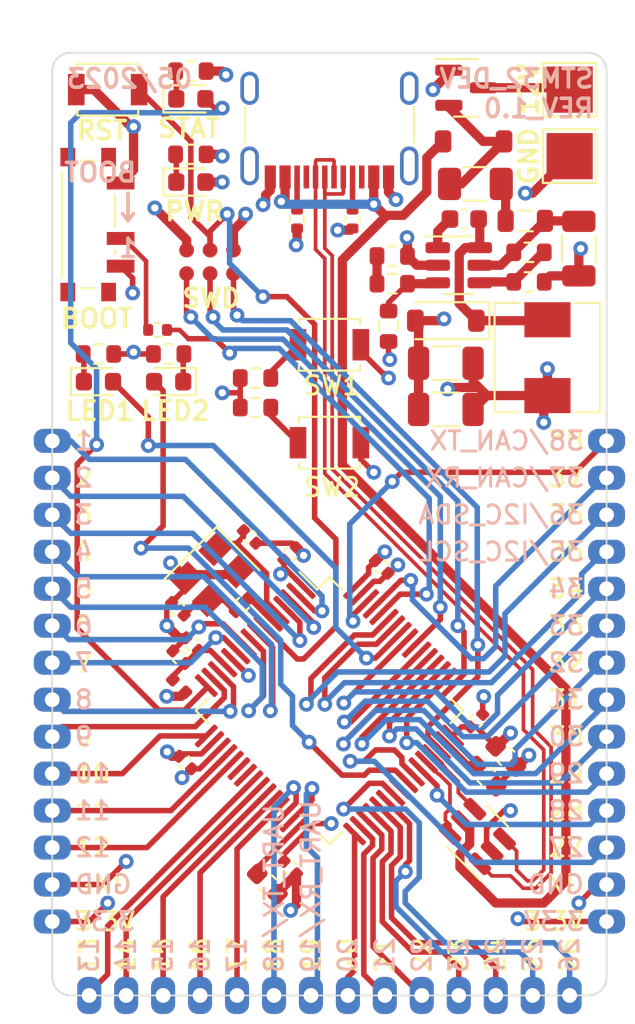
<source format=kicad_pcb>
(kicad_pcb (version 20221018) (generator pcbnew)
  (layers (0 "F.Cu" signal) (1 "In1.Cu" power) (2 "In2.Cu" power) (31 "B.Cu" signal) (34 "B.Paste" user) (35 "F.Paste" user) (36 "B.SilkS" user "B.Silkscreen") (37 "F.SilkS" user "F.Silkscreen") (38 "B.Mask" user) (39 "F.Mask" user) (44 "Edge.Cuts" user))
  (net 0 "")
  (net 1 "+3.3V")
  (net 2 "GND")
  (net 3 "Net-(U1-VCAP_1)")
  (net 4 "Net-(U1-VCAP_2)")
  (net 5 "+3.3VA")
  (net 6 "BUCK_BST")
  (net 7 "BUCK_SW")
  (net 8 "BUCK_IN")
  (net 9 "HSE_IN")
  (net 10 "Net-(C17-Pad1)")
  (net 11 "Net-(D1-K)")
  (net 12 "+5V")
  (net 13 "Net-(D3-K)")
  (net 14 "STATUS_LED")
  (net 15 "/PWR_LED_CATH")
  (net 16 "Net-(F1-Pad2)")
  (net 17 "+12V")
  (net 18 "SWDIO")
  (net 19 "SWCLK")
  (net 20 "SWO")
  (net 21 "NRST")
  (net 22 "BUCK_EN")
  (net 23 "BUCK_FB")
  (net 24 "Net-(R4-Pad2)")
  (net 25 "Net-(J8-CC1)")
  (net 26 "HSE_OUT")
  (net 27 "/SW_BOOT0")
  (net 28 "BOOT0")
  (net 29 "Net-(J8-CC2)")
  (net 30 "S8")
  (net 31 "S7")
  (net 32 "S6")
  (net 33 "S5")
  (net 34 "S4")
  (net 35 "S3")
  (net 36 "S2")
  (net 37 "S1")
  (net 38 "S10")
  (net 39 "S11")
  (net 40 "S12")
  (net 41 "S13")
  (net 42 "S14")
  (net 43 "S15")
  (net 44 "S16")
  (net 45 "S17")
  (net 46 "USB_D-")
  (net 47 "USB_D+")
  (net 48 "USB_CONN_D-")
  (net 49 "USB_CONN_D+")
  (net 53 "S9")
  (net 54 "S34")
  (net 55 "S33")
  (net 56 "S32")
  (net 57 "S31")
  (net 58 "S30")
  (net 59 "S29")
  (net 60 "S28")
  (net 61 "S27")
  (net 62 "S26")
  (net 63 "S25")
  (net 64 "S24")
  (net 65 "S23")
  (net 66 "S22")
  (net 67 "S42{slash}CAN_TX")
  (net 68 "S41{slash}CAN_RX")
  (net 69 "S40{slash}I2C1_SDA")
  (net 70 "S39{slash}I2C1_SCL")
  (net 71 "Net-(D5-K)")
  (net 72 "S18{slash}USART3_TX")
  (net 73 "S19{slash}USART3_RX")
  (net 76 "S20")
  (net 77 "S21")
  (net 79 "SW2")
  (net 80 "SW1")
  (net 81 "USER_LED1")
  (net 82 "Net-(D6-K)")
  (net 83 "USER_LED2")
  (footprint "Josh Custom:Cas Pad" (layer "F.Cu") (at 185 108)
    (fp_text reference "J15")
    (fp_text value "S11")
  )
  (footprint "Josh Custom:Cas Pad" (layer "F.Cu") (at 185 110)
    (fp_text reference "J16")
    (fp_text value "S12")
  )
  (footprint "Josh Custom:Cas Pad" (layer "F.Cu") (at 185 106)
    (fp_text reference "J14")
    (fp_text value "S10")
  )
  (footprint "Package_QFP:LQFP-64_10x10mm_P0.5mm" (layer "F.Cu") (at 200 102.6 -45)
    (fp_text reference "U1")
    (fp_text value "STM32F405RGT6")
  )
  (footprint "Josh Custom:Cas Pad" (layer "F.Cu") (at 185 96)
    (fp_text reference "J9")
    (fp_text value "S5")
  )
  (footprint "TestPoint:TestPoint_Pad_2.5x2.5mm" (layer "F.Cu") (at 213 69)
    (fp_text reference "J1")
    (fp_text value "12V IN")
  )
  (footprint "Capacitor_SMD:C_0402_1005Metric" (layer "F.Cu") (at 192.575379 98.993756 135)
    (fp_text reference "C9")
    (fp_text value "10n")
  )
  (footprint "Button_Switch_SMD:SW_SPST_B3U-1000P" (layer "F.Cu") (at 188 69)
    (fp_text reference "SW2")
    (fp_text value "SW_Push")
  )
  (footprint "Josh Custom:Cas Pad" (layer "F.Cu") (at 209 118 90)
    (fp_text reference "J30")
    (fp_text value "S26")
  )
  (footprint "Josh Custom:Cas Pad" (layer "F.Cu") (at 185 90)
    (fp_text reference "J5")
    (fp_text value "S2")
  )
  (footprint "Josh Custom:Cas Pad" (layer "F.Cu") (at 215 106 180)
    (fp_text reference "J37")
    (fp_text value "S33")
  )
  (footprint "Resistor_SMD:R_0402_1005Metric" (layer "F.Cu") (at 190.7 82)
    (fp_text reference "R12")
    (fp_text value "10k")
  )
  (footprint "Resistor_SMD:R_0603_1608Metric" (layer "F.Cu") (at 192.5 72.5)
    (fp_text reference "R11")
    (fp_text value "1.5k")
  )
  (footprint "Josh Custom:Cas Pad" (layer "F.Cu") (at 215 88 180)
    (fp_text reference "J46")
    (fp_text value "S42")
  )
  (footprint "Josh Custom:Cas Pad" (layer "F.Cu") (at 207 118 90)
    (fp_text reference "J29")
    (fp_text value "S25")
  )
  (footprint "Josh Custom:Cas Pad" (layer "F.Cu") (at 185 92)
    (fp_text reference "J6")
    (fp_text value "S3")
  )
  (footprint "Josh Custom:Cas Pad" (layer "F.Cu") (at 215 102 180)
    (fp_text reference "J39")
    (fp_text value "S35")
  )
  (footprint "Josh Custom:Cas Pad" (layer "F.Cu") (at 193 118 90)
    (fp_text reference "J22")
    (fp_text value "S18")
  )
  (footprint "Josh Custom:Cas Pad" (layer "F.Cu") (at 213 118 90)
    (fp_text reference "J32")
    (fp_text value "S28")
  )
  (footprint "Connector_USB:USB_C_Receptacle_G-Switch_GT-USB-7010ASV" (layer "F.Cu") (at 200 70 180)
    (fp_text reference "J8")
    (fp_text value "USB_C_Receptacle_USB2.0")
  )
  (footprint "Josh Custom:Cas Pad" (layer "F.Cu") (at 215 112 180)
    (fp_text reference "J34")
    (fp_text value "S30")
  )
  (footprint "Josh Custom:Cas Pad" (layer "F.Cu") (at 185 98)
    (fp_text reference "J10")
    (fp_text value "S6")
  )
  (footprint "Capacitor_SMD:C_0603_1608Metric" (layer "F.Cu") (at 207.3 76)
    (fp_text reference "C12")
    (fp_text value "10n")
  )
  (footprint "Capacitor_SMD:C_0603_1608Metric" (layer "F.Cu") (at 208.485281 106.135534 -45)
    (fp_text reference "C7")
    (fp_text value "2.2u")
  )
  (footprint "Josh Custom:Cas Pad" (layer "F.Cu") (at 185 94)
    (fp_text reference "J7")
    (fp_text value "S4")
  )
  (footprint "Capacitor_SMD:C_0402_1005Metric" (layer "F.Cu") (at 202.828427 94.821826 -45)
    (fp_text reference "C8")
    (fp_text value "100n")
  )
  (footprint "LED_SMD:LED_0603_1608Metric" (layer "F.Cu") (at 192.5 74)
    (fp_text reference "D4")
    (fp_text value "RED")
  )
  (footprint "LED_SMD:LED_0603_1608Metric" (layer "F.Cu") (at 192.5 69.5)
    (fp_text reference "D3")
    (fp_text value "BLUE")
  )
  (footprint "Josh Custom:Cas Pad" (layer "F.Cu") (at 215 104 180)
    (fp_text reference "J38")
    (fp_text value "S34")
  )
  (footprint "Josh Custom:Tag Connect" (layer "F.Cu") (at 193.54 79.9505 180)
    (fp_text reference "J3")
    (fp_text value "Tag Connect")
  )
  (footprint "Resistor_SMD:R_0603_1608Metric" (layer "F.Cu") (at 210.8 79.4)
    (fp_text reference "R2")
    (fp_text value "68k")
  )
  (footprint "Button_Switch_SMD:SW_SPST_B3U-1000P" (layer "F.Cu") (at 200 88.1 180)
    (fp_text reference "SW4")
    (fp_text value "SW_Push")
  )
  (footprint "Package_TO_SOT_SMD:SOT-23-6" (layer "F.Cu") (at 208 109.4 135)
    (fp_text reference "U3")
    (fp_text value "USBLC6-2SC6")
  )
  (footprint "Capacitor_SMD:C_1206_3216Metric" (layer "F.Cu") (at 213.5 77.6 -90)
    (fp_text reference "C13")
    (fp_text value "10u")
  )
  (footprint "Resistor_SMD:R_0603_1608Metric" (layer "F.Cu") (at 203.2 81.8 90)
    (fp_text reference "R3")
    (fp_text value "47k")
  )
  (footprint "Josh Custom:Cas Pad" (layer "F.Cu") (at 185 100)
    (fp_text reference "J11")
    (fp_text value "S7")
  )
  (footprint "Inductor_SMD:L_0402_1005Metric" (layer "F.Cu") (at 191.868272 101.256497 -45)
    (fp_text reference "L2")
    (fp_text value "39n")
  )
  (footprint "Button_Switch_SMD:SW_SPDT_PCM12" (layer "F.Cu") (at 187.27 76.3 -90)
    (fp_text reference "SW1")
    (fp_text value "SW_SPDT")
  )
  (footprint "Button_Switch_SMD:SW_SPST_B3U-1000P" (layer "F.Cu") (at 200 82.8 180)
    (fp_text reference "SW3")
    (fp_text value "SW_Push")
  )
  (footprint "Josh Custom:Cas Pad" (layer "F.Cu") (at 215 92 180)
    (fp_text reference "J44")
    (fp_text value "S40")
  )
  (footprint "Resistor_SMD:R_0603_1608Metric" (layer "F.Cu") (at 196 84.6 180)
    (fp_text reference "R14")
    (fp_text value "10k")
  )
  (footprint "Josh Custom:Cas Pad" (layer "F.Cu") (at 185 88)
    (fp_text reference "J4")
    (fp_text value "S1")
  )
  (footprint "Capacitor_SMD:C_1206_3216Metric" (layer "F.Cu") (at 206.3 83.8 180)
    (fp_text reference "C15")
    (fp_text value "10u")
  )
  (footprint "Resistor_SMD:R_0603_1608Metric" (layer "F.Cu") (at 191.3 83.3 180)
    (fp_text reference "R15")
    (fp_text value "1.5k")
  )
  (footprint "Josh Custom:Cas Pad" (layer "F.Cu") (at 189 118 90)
    (fp_text reference "J20")
    (fp_text value "S16")
  )
  (footprint "Josh Custom:Cas Pad" (layer "F.Cu") (at 215 100 180)
    (fp_text reference "J40")
    (fp_text value "S36")
  )
  (footprint "Josh Custom:Cas Pad" (layer "F.Cu") (at 203 118 90)
    (fp_text reference "J27")
    (fp_text value "S23")
  )
  (footprint "Josh Custom:Cas Pad" (layer "F.Cu") (at 185 104)
    (fp_text reference "J13")
    (fp_text value "S9")
  )
  (footprint "Josh Custom:Cas Pad" (layer "F.Cu") (at 215 90 180)
    (fp_text reference "J45")
    (fp_text value "S41")
  )
  (footprint "Josh Custom:Cas Pad" (layer "F.Cu") (at 185 112)
    (fp_text reference "J17")
    (fp_text value "S13")
  )
  (footprint "Josh Custom:Cas Pad" (layer "F.Cu") (at 205 118 90)
    (fp_text reference "J28")
    (fp_text value "S24")
  )
  (footprint "Capacitor_SMD:C_0402_1005Metric" (layer "F.Cu") (at 197.87868 94.114719 45)
    (fp_text reference "C3")
    (fp_text value "100n")
  )
  (footprint "Josh Custom:Cas Pad" (layer "F.Cu") (at 201 118 90)
    (fp_text reference "J26")
    (fp_text value "S22")
  )
  (footprint "Capacitor_SMD:C_1206_3216Metric" (layer "F.Cu") (at 206.3 86.3 180)
    (fp_text reference "C14")
    (fp_text value "10u")
  )
  (footprint "Capacitor_SMD:C_0603_1608Metric" (layer "F.Cu") (at 196.641243 111.969165 -45)
    (fp_text reference "C5")
    (fp_text value "2.2u")
  )
  (footprint "Diode_SMD:D_SOD-123" (layer "F.Cu") (at 206.3 81.5 180)
    (fp_text reference "D2")
    (fp_text value "B5819W")
  )
  (footprint "Josh Custom:Cas Pad" (layer "F.Cu") (at 215 98 180)
    (fp_text reference "J41")
    (fp_text value "S37")
  )
  (footprint "Capacitor_SMD:C_0402_1005Metric" (layer "F.Cu") (at 197.87868 111.085281 -45)
    (fp_text reference "C2")
    (fp_text value "100n")
  )
  (footprint "Josh Custom:Cas Pad" (layer "F.Cu") (at 215 110 180)
    (fp_text reference "J35")
    (fp_text value "S31")
  )
  (footprint "Resistor_SMD:R_0603_1608Metric" (layer "F.Cu") (at 203.4 79.5 180)
    (fp_text reference "R4")
    (fp_text value "15k")
  )
  (footprint "Package_TO_SOT_SMD:SOT-23" (layer "F.Cu") (at 207.4 68.9)
    (fp_text reference "Q1")
    (fp_text value "AO3401A")
  )
  (footprint "Josh Custom:Cas Pad" (layer "F.Cu") (at 197 118 90)
    (fp_text reference "J24")
    (fp_text value "S20")
  )
  (footprint "Josh Custom:Cas Pad" (layer "F.Cu") (at 215 96 180)
    (fp_text reference "J42")
    (fp_text value "S38")
  )
  (footprint "Josh Custom:Cas Pad" (layer "F.Cu") (at 211 118 90)
    (fp_text reference "J31")
    (fp_text value "S27")
  )
  (footprint "Josh Custom:Cas Pad" (layer "F.Cu") (at 185 102)
    (fp_text reference "J12")
    (fp_text value "S8")
  )
  (footprint "Inductor_SMD:L_0805_2012Metric" (layer "F.Cu") (at 210.6 76.1)
    (fp_text reference "FB1")
    (fp_text value "600 @ 600MHz")
  )
  (footprint "Josh Custom:Cas Pad" (layer "F.Cu") (at 215 114 180)
    (fp_text reference "J33")
    (fp_text value "S29")
  )
  (footprint "Capacitor_SMD:C_0603_1608Metric" (layer "F.Cu") (at 209.545942 105.074874 -45)
    (fp_text reference "C1")
    (fp_text value "4.7u")
  )
  (footprint "Inductor_SMD:L_Sunlord_MWSA0518S" (layer "F.Cu") (at 211.8 83.5 -90)
    (fp_text reference "L1")
    (fp_text value "10u")
  )
  (footprint "Package_TO_SOT_SMD:TSOT-23-6" (layer "F.Cu") (at 207 78.5)
    (fp_text reference "U2")
    (fp_text value "~")
  )
  (footprint "Capacitor_SMD:C_0402_1005Metric" (layer "F.Cu") (at 192.2 105.4 135)
    (fp_text reference "C4")
    (fp_text value "100n")
  )
  (footprint "TestPoint:TestPoint_Pad_2.5x2.5mm" (layer "F.Cu") (at 213 72.6)
    (fp_text reference "J2")
    (fp_text value "GND")
  )
  (footprint "Resistor_SMD:R_0402_1005Metric" (layer "F.Cu") (at 201.25 76 90)
    (fp_text reference "R8")
    (fp_text value "5.1k")
  )
  (footprint "Josh Custom:Cas Pad" (layer "F.Cu") (at 195 118 90)
    (fp_text reference "J23")
    (fp_text value "S19")
  )
  (footprint "Resistor_SMD:R_0402_1005Metric" (layer "F.Cu") (at 195.262385 96.872435 45)
    (fp_text reference "R9")
    (fp_text value "47")
  )
  (footprint "Fuse:Fuse_1206_3216Metric" (layer "F.Cu") (at 207.9 74.1)
    (fp_text reference "F1")
    (fp_text value "250mA")
  )
  (footprint "Resistor_SMD:R_0603_1608Metric" (layer "F.Cu") (at 210.8 77.8)
    (fp_text reference "R1")
    (fp_text value "100k")
  )
  (footprint "Josh Custom:Cas Pad" (layer "F.Cu") (at 215 94 180)
    (fp_text reference "J43")
    (fp_text value "S39")
  )
  (footprint "Capacitor_SMD:C_0402_1005Metric" (layer "F.Cu") (at 191.868272 99.700862 135)
    (fp_text reference "C10")
    (fp_text value "1u")
  )
  (footprint "Resistor_SMD:R_0402_1005Metric" (layer "F.Cu") (at 198.25 76 90)
    (fp_text reference "R13")
    (fp_text value "5.1k")
  )
  (footprint "LED_SMD:LED_0603_1608Metric" (layer "F.Cu") (at 187.5 84.8)
    (fp_text reference "D5")
    (fp_text value "BLUE")
  )
  (footprint "Josh Custom:Cas Pad" (layer "F.Cu") (at 199 118 90)
    (fp_text reference "J25")
    (fp_text value "S21")
  )
  (footprint "Capacitor_SMD:C_0402_1005Metric" (layer "F.Cu") (at 195.686649 93.19548 -45)
    (fp_text reference "C16")
    (fp_text value "12p")
  )
  (footprint "Resistor_SMD:R_0603_1608Metric" (layer "F.Cu") (at 203.4 78)
    (fp_text reference "R5")
    (fp_text value "270")
  )
  (footprint "LED_SMD:LED_0603_1608Metric" (layer "F.Cu") (at 191.3 84.8 180)
    (fp_text reference "D6")
    (fp_text value "BLUE")
  )
  (footprint "Josh Custom:Cas Pad" (layer "F.Cu") (at 187 118 90)
    (fp_text reference "J19")
    (fp_text value "S15")
  )
  (footprint "Josh Custom:Cas Pad" (layer "F.Cu") (at 191 118 90)
    (fp_text reference "J21")
    (fp_text value "S17")
  )
  (footprint "Capacitor_SMD:C_0402_1005Metric" (layer "F.Cu") (at 207.954951 103.13033 45)
    (fp_text reference "C6")
    (fp_text value "100n")
  )
  (footprint "Josh Custom:Cas Pad" (layer "F.Cu") (at 185 114)
    (fp_text reference "J18")
    (fp_text value "S14")
  )
  (footprint "Diode_SMD:D_SOD-123" (layer "F.Cu") (at 207.8 71.8 180)
    (fp_text reference "D1")
    (fp_text value "B5819W")
  )
  (footprint "Josh Custom:Cas Pad" (layer "F.Cu") (at 215 108 180)
    (fp_text reference "J36")
    (fp_text value "S32")
  )
  (footprint "Resistor_SMD:R_0603_1608Metric" (layer "F.Cu") (at 192.5 68)
    (fp_text reference "R10")
    (fp_text value "1.5k")
  )
  (footprint "Crystal:Crystal_SMD_3225-4Pin_3.2x2.5mm" (layer "F.Cu") (at 193.636039 95.24609 -135)
    (fp_text reference "Y1")
    (fp_text value "16MHz")
  )
  (footprint "Capacitor_SMD:C_0402_1005Metric" (layer "F.Cu") (at 191.797561 97.084567 135)
    (fp_text reference "C17")
    (fp_text value "12p")
  )
  (footprint "Resistor_SMD:R_0603_1608Metric" (layer "F.Cu") (at 196 86.2 180)
    (fp_text reference "R7")
    (fp_text value "10k")
  )
  (footprint "Resistor_SMD:R_0603_1608Metric" (layer "F.Cu") (at 187.5 83.3)
    (fp_text reference "R6")
    (fp_text value "1.5k")
  )
  (gr_line (start 189.1 76.1) (end 189.4 75.7) (stroke (width 0.2)) (layer "B.SilkS"))
  (gr_line (start 189.1 74.6) (end 189.1 76.1) (stroke (width 0.2)) (layer "B.SilkS"))
  (gr_line (start 189.1 76.1) (end 188.8 75.7) (stroke (width 0.2)) (layer "B.SilkS"))
  (gr_arc (start 215 117) (mid 214.707107 117.707107) (end 214 118) (stroke (width 0.1)) (layer "Edge.Cuts"))
  (gr_line (start 185 117) (end 185 68) (stroke (width 0.1)) (layer "Edge.Cuts"))
  (gr_line (start 214 118) (end 186 118) (stroke (width 0.1)) (layer "Edge.Cuts"))
  (gr_arc (start 186 118) (mid 185.292893 117.707107) (end 185 117) (stroke (width 0.1)) (layer "Edge.Cuts"))
  (gr_arc (start 185 68) (mid 185.292893 67.292893) (end 186 67) (stroke (width 0.1)) (layer "Edge.Cuts"))
  (gr_arc (start 214 67) (mid 214.707107 67.292893) (end 215 68) (stroke (width 0.1)) (layer "Edge.Cuts"))
  (gr_line (start 215 68) (end 215 117) (stroke (width 0.1)) (layer "Edge.Cuts"))
  (gr_line (start 186 67) (end 214 67) (stroke (width 0.1)) (layer "Edge.Cuts"))
  (gr_text "  36/I2C_SDA  " (at 215.4 92) (layer "B.SilkS") (effects (font (size 1 1) (thickness 0.16)) (justify left mirror)))
  (gr_text "  4  " (at 184.6 94) (layer "B.SilkS") (effects (font (size 1 1) (thickness 0.16)) (justify right mirror)))
  (gr_text "  35/I2C_SCL  " (at 215.4 94) (layer "B.SilkS") (effects (font (size 1 1) (thickness 0.16)) (justify left mirror)))
  (gr_text "  11  " (at 184.6 108) (layer "B.SilkS") (effects (font (size 1 1) (thickness 0.16)) (justify right mirror)))
  (gr_text "  3.3V  " (at 215.4 114) (layer "B.SilkS") (effects (font (size 1 1) (thickness 0.16)) (justify left mirror)))
  (gr_text "  12  " (at 184.6 110) (layer "B.SilkS") (effects (font (size 1 1) (thickness 0.16)) (justify right mirror)))
  (gr_text "  30  " (at 215.4 104) (layer "B.SilkS") (effects (font (size 1 1) (thickness 0.16)) (justify left mirror)))
  (gr_text "STM32_DEV\nREV_1.0\n" (at 214.4 70.6) (layer "B.SilkS") (effects (font (size 1 1) (thickness 0.2) bold) (justify left bottom mirror)))
  (gr_text "  20  " (at 201 118.4 90) (layer "B.SilkS") (effects (font (size 1 1) (thickness 0.16)) (justify right mirror)))
  (gr_text "  UART_RX/19  " (at 199 118.4 90) (layer "B.SilkS") (effects (font (size 1 1) (thickness 0.16)) (justify right mirror)))
  (gr_text "  16  " (at 193 118.4 90) (layer "B.SilkS") (effects (font (size 1 1) (thickness 0.16)) (justify right mirror)))
  (gr_text "  23  " (at 207 118.4 90) (layer "B.SilkS") (effects (font (size 1 1) (thickness 0.16)) (justify right mirror)))
  (gr_text "  5  " (at 184.6 96) (layer "B.SilkS") (effects (font (size 1 1) (thickness 0.16)) (justify right mirror)))
  (gr_text "  21  " (at 203 118.4 90) (layer "B.SilkS") (effects (font (size 1 1) (thickness 0.16)) (justify right mirror)))
  (gr_text "  13  " (at 187 118.4 90) (layer "B.SilkS") (effects (font (size 1 1) (thickness 0.16)) (justify right mirror)))
  (gr_text "  29  " (at 215.4 106) (layer "B.SilkS") (effects (font (size 1 1) (thickness 0.16)) (justify left mirror)))
  (gr_text "  31  " (at 215.4 102) (layer "B.SilkS") (effects (font (size 1 1) (thickness 0.16)) (justify left mirror)))
  (gr_text "  25  " (at 211 118.4 90) (layer "B.SilkS") (effects (font (size 1 1) (thickness 0.16)) (justify right mirror)))
  (gr_text "  1  " (at 184.6 88) (layer "B.SilkS") (effects (font (size 1 1) (thickness 0.16)) (justify right mirror)))
  (gr_text "  33  " (at 215.4 98) (layer "B.SilkS") (effects (font (size 1 1) (thickness 0.16)) (justify left mirror)))
  (gr_text "  27  " (at 215.4 110) (layer "B.SilkS") (effects (font (size 1 1) (thickness 0.16)) (justify left mirror)))
  (gr_text "  28  " (at 215.4 108) (layer "B.SilkS") (effects (font (size 1 1) (thickness 0.16)) (justify left mirror)))
  (gr_text "  37/CAN_RX " (at 215.4 90) (layer "B.SilkS") (effects (font (size 1 1) (thickness 0.16)) (justify left mirror)))
  (gr_text "  10  " (at 184.6 106) (layer "B.SilkS") (effects (font (size 1 1) (thickness 0.16)) (justify right mirror)))
  (gr_text "  6  " (at 184.6 98) (layer "B.SilkS") (effects (font (size 1 1) (thickness 0.16)) (justify right mirror)))
  (gr_text "BOOT" (at 187.6 72.9) (layer "B.SilkS") (effects (font (size 1 1) (thickness 0.2) bold) (justify top mirror)))
  (gr_text "  17  " (at 195 118.4 90) (layer "B.SilkS") (effects (font (size 1 1) (thickness 0.16)) (justify right mirror)))
  (gr_text "  15  " (at 191 118.4 90) (layer "B.SilkS") (effects (font (size 1 1) (thickness 0.16)) (justify right mirror)))
  (gr_text "  34  " (at 215.4 96) (layer "B.SilkS") (effects (font (size 1 1) (thickness 0.16)) (justify left mirror)))
  (gr_text "  3  " (at 184.6 92) (layer "B.SilkS") (effects (font (size 1 1) (thickness 0.16)) (justify right mirror)))
  (gr_text "3.3V  " (at 184.6 114) (layer "B.SilkS") (effects (font (size 1 1) (thickness 0.16)) (justify right mirror)))
  (gr_text "  8  " (at 184.6 102) (layer "B.SilkS") (effects (font (size 1 1) (thickness 0.16)) (justify right mirror)))
  (gr_text "  32  " (at 215.4 100) (layer "B.SilkS") (effects (font (size 1 1) (thickness 0.16)) (justify left mirror)))
  (gr_text "  GND  " (at 215.4 112) (layer "B.SilkS") (effects (font (size 1 1) (thickness 0.16)) (justify left mirror)))
  (gr_text "  38/CAN_TX  " (at 215.4 88) (layer "B.SilkS") (effects (font (size 1 1) (thickness 0.16)) (justify left mirror)))
  (gr_text "  24  " (at 209 118.4 90) (layer "B.SilkS") (effects (font (size 1 1) (thickness 0.16)) (justify right mirror)))
  (gr_text "  UART_TX/18  " (at 197 118.4 90) (layer "B.SilkS") (effects (font (size 1 1) (thickness 0.16)) (justify right mirror)))
  (gr_text "  9  " (at 184.6 104) (layer "B.SilkS") (effects (font (size 1 1) (thickness 0.16)) (justify right mirror)))
  (gr_text "05/2023" (at 192.7 69) (layer "B.SilkS") (effects (font (size 1 1) (thickness 0.2) bold) (justify left bottom mirror)))
  (gr_text "  2  " (at 184.6 90) (layer "B.SilkS") (effects (font (size 1 1) (thickness 0.16)) (justify right mirror)))
  (gr_text "  7  " (at 184.6 100) (layer "B.SilkS") (effects (font (size 1 1) (thickness 0.16)) (justify right mirror)))
  (gr_text "  14  " (at 189 118.4 90) (layer "B.SilkS") (effects (font (size 1 1) (thickness 0.16)) (justify right mirror)))
  (gr_text "  22  " (at 205 118.4 90) (layer "B.SilkS") (effects (font (size 1 1) (thickness 0.16)) (justify right mirror)))
  (gr_text "  26  " (at 213 118.4 90) (layer "B.SilkS") (effects (font (size 1 1) (thickness 0.16)) (justify right mirror)))
  (gr_text "1" (at 189.1 77) (layer "B.SilkS") (effects (font (size 1 1) (thickness 0.2) bold) (justify top mirror)))
  (gr_text "GND  " (at 184.6 112) (layer "B.SilkS") (effects (font (size 1 1) (thickness 0.16)) (justify right mirror)))
  (gr_text "BOOT" (at 187.4 80.8) (layer "F.SilkS") (effects (font (size 1 1) (thickness 0.2) bold) (justify top)))
  (gr_text "  3" (at 184.6 92) (layer "F.SilkS") (effects (font (size 1 1) (thickness 0.16)) (justify left)))
  (gr_text "12V" (at 210.2 69 90) (layer "F.SilkS") (effects (font (size 1 1) (thickness 0.2) bold) (justify top)))
  (gr_text "  16" (at 193 118.4 90) (layer "F.SilkS") (effects (font (size 1 1) (thickness 0.16)) (justify left)))
  (gr_text "  10" (at 184.6 106) (layer "F.SilkS") (effects (font (size 1 1) (thickness 0.16)) (justify left)))
  (gr_text "SW2" (at 198.5 91.1) (layer "F.SilkS") (effects (font (size 1 1) (thickness 0.16)) (justify left bottom)))
  (gr_text "  GND" (at 184.6 112) (layer "F.SilkS") (effects (font (size 1 1) (thickness 0.16)) (justify left)))
  (gr_text "SW1" (at 198.5 85.6) (layer "F.SilkS") (effects (font (size 1 1) (thickness 0.16)) (justify left bottom)))
  (gr_text "37  " (at 215.4 90) (layer "F.SilkS") (effects (font (size 1 1) (thickness 0.16)) (justify right)))
  (gr_text "  26" (at 213 118.4 90) (layer "F.SilkS") (effects (font (size 1 1) (thickness 0.16)) (justify left)))
  (gr_text "  22" (at 205 118.4 90) (layer "F.SilkS") (effects (font (size 1 1) (thickness 0.16)) (justify left)))
  (gr_text "  1" (at 184.6 88) (layer "F.SilkS") (effects (font (size 1 1) (thickness 0.16)) (justify left)))
  (gr_text "RST" (at 186.2 71.8) (layer "F.SilkS") (effects (font (size 1 1) (thickness 0.2) bold) (justify left bottom)))
  (gr_text "  24" (at 209 118.4 90) (layer "F.SilkS") (effects (font (size 1 1) (thickness 0.16)) (justify left)))
  (gr_text "3.3V  " (at 215.4 114) (layer "F.SilkS") (effects (font (size 1 1) (thickness 0.16)) (justify right)))
  (gr_text "  13" (at 187 118.4 90) (layer "F.SilkS") (effects (font (size 1 1) (thickness 0.16)) (justify left)))
  (gr_text "GND" (at 210.2 72.6 90) (layer "F.SilkS") (effects (font (size 1 1) (thickness 0.2) bold) (justify top)))
  (gr_text "GND  " (at 215.4 112) (layer "F.SilkS") (effects (font (size 1 1) (thickness 0.16)) (justify right)))
  (gr_text "32  " (at 215.4 100) (layer "F.SilkS") (effects (font (size 1 1) (thickness 0.16)) (justify right)))
  (gr_text "  12" (at 184.6 110) (layer "F.SilkS") (effects (font (size 1 1) (thickness 0.16)) (justify left)))
  (gr_text "  9" (at 184.6 104) (layer "F.SilkS") (effects (font (size 1 1) (thickness 0.16)) (justify left)))
  (gr_text "34  " (at 215.4 96) (layer "F.SilkS") (effects (font (size 1 1) (thickness 0.16)) (justify right)))
  (gr_text "SWD" (at 193.6 79.7) (layer "F.SilkS") (effects (font (size 1 1) (thickness 0.2) bold) (justify top)))
  (gr_text "LED2" (at 189.7 85.8) (layer "F.SilkS") (effects (font (size 1 1) (thickness 0.2) bold) (justify left top)))
  (gr_text "  15" (at 191 118.4 90) (layer "F.SilkS") (effects (font (size 1 1) (thickness 0.16)) (justify left)))
  (gr_text "  6" (at 184.6 98) (layer "F.SilkS") (effects (font (size 1 1) (thickness 0.16)) (justify left)))
  (gr_text "  3.3V" (at 184.6 114) (layer "F.SilkS") (effects (font (size 1 1) (thickness 0.16)) (justify left)))
  (gr_text "  23" (at 207 118.4 90) (layer "F.SilkS") (effects (font (size 1 1) (thickness 0.16)) (justify left)))
  (gr_text "STAT" (at 192.4 70.5) (layer "F.SilkS") (effects (font (size 1 1) (thickness 0.2) bold) (justify top)))
  (gr_text "PWR" (at 191 75) (layer "F.SilkS") (effects (font (size 1 1) (thickness 0.2) bold) (justify left top)))
  (gr_text "  2" (at 184.6 90) (layer "F.SilkS") (effects (font (size 1 1) (thickness 0.16)) (justify left)))
  (gr_text "  4" (at 184.6 94) (layer "F.SilkS") (effects (font (size 1 1) (thickness 0.16)) (justify left)))
  (gr_text "28  " (at 215.4 108) (layer "F.SilkS") (effects (font (size 1 1) (thickness 0.16)) (justify right)))
  (gr_text "  8" (at 184.6 102) (layer "F.SilkS") (effects (font (size 1 1) (thickness 0.16)) (justify left)))
  (gr_text "36  " (at 215.4 92) (layer "F.SilkS") (effects (font (size 1 1) (thickness 0.16)) (justify right)))
  (gr_text "  7" (at 184.6 100) (layer "F.SilkS") (effects (font (size 1 1) (thickness 0.16)) (justify left)))
  (gr_text "  21" (at 203 118.4 90) (layer "F.SilkS") (effects (font (size 1 1) (thickness 0.16)) (justify left)))
  (gr_text "  11" (at 184.6 108) (layer "F.SilkS") (effects (font (size 1 1) (thickness 0.16)) (justify left)))
  (gr_text "  20" (at 201 118.4 90) (layer "F.SilkS") (effects (font (size 1 1) (thickness 0.16)) (justify left)))
  (gr_text "  5" (at 184.6 96) (layer "F.SilkS") (effects (font (size 1 1) (thickness 0.16)) (justify left)))
  (gr_text "LED1" (at 185.6 85.8) (layer "F.SilkS") (effects (font (size 1 1) (thickness 0.2) bold) (justify left top)))
  (gr_text "29  " (at 215.4 106) (layer "F.SilkS") (effects (font (size 1 1) (thickness 0.16)) (justify right)))
  (gr_text "  18" (at 197 118.4 90) (layer "F.SilkS") (effects (font (size 1 1) (thickness 0.16)) (justify left)))
  (gr_text "  25" (at 211 118.4 90) (layer "F.SilkS") (effects (font (size 1 1) (thickness 0.16)) (justify left)))
  (gr_text "  19" (at 199 118.4 90) (layer "F.SilkS") (effects (font (size 1 1) (thickness 0.16)) (justify left)))
  (gr_text "30  " (at 215.4 104) (layer "F.SilkS") (effects (font (size 1 1) (thickness 0.16)) (justify right)))
  (gr_text "27  " (at 215.4 110) (layer "F.SilkS") (effects (font (size 1 1) (thickness 0.16)) (justify right)))
  (gr_text "  17" (at 195 118.4 90) (layer "F.SilkS") (effects (font (size 1 1) (thickness 0.16)) (justify left)))
  (gr_text "31  " (at 215.4 102) (layer "F.SilkS") (effects (font (size 1 1) (thickness 0.16)) (justify right)))
  (gr_text "35  " (at 215.4 94) (layer "F.SilkS") (effects (font (size 1 1) (thickness 0.16)) (justify right)))
  (gr_text "33  " (at 215.4 98) (layer "F.SilkS") (effects (font (size 1 1) (thickness 0.16)) (justify right)))
  (gr_text "  14" (at 189 118.4 90) (layer "F.SilkS") (effects (font (size 1 1) (thickness 0.16)) (justify left)))
  (gr_text "38  " (at 215.4 88) (layer "F.SilkS") (effects (font (size 1 1) (thickness 0.16)) (justify right)))
  (segment (start 206.664482 103.961181) (end 207.155921 103.469741) (width 0.3) (layer "F.Cu") (net 1))
  (segment (start 208.525 85.55) (end 208.0875 85.1125) (width 0.5) (layer "F.Cu") (net 1))
  (segment (start 208.997934 104.526866) (end 209.073134 104.526866) (width 0.5) (layer "F.Cu") (net 1))
  (segment (start 195.175 85.4) (end 195.175 84.6) (width 0.3) (layer "F.Cu") (net 1))
  (segment (start 189.3505 80) (end 189.3505 79.2005) (width 0.3) (layer "F.Cu") (net 1))
  (segment (start 202.517585 94.482415) (end 203 94) (width 0.5) (layer "F.Cu") (net 1))
  (segment (start 207.155921 103.469741) (end 207.61554 103.469741) (width 0.3) (layer "F.Cu") (net 1))
  (segment (start 203.2 82.625) (end 203.2 83.53466) (width 0.3) (layer "F.Cu") (net 1))
  (segment (start 197.539269 94.835968) (end 197.539269 94.45413) (width 0.3) (layer "F.Cu") (net 1))
  (segment (start 195.175 85.4) (end 194.2 85.4) (width 0.3) (layer "F.Cu") (net 1))
  (segment (start 189.3505 79.2005) (end 188.7 78.55) (width 0.3) (layer "F.Cu") (net 1))
  (segment (start 208.0875 85.1125) (end 206.4875 85.1125) (width 0.5) (layer "F.Cu") (net 1))
  (segment (start 201.361181 95.935519) (end 202.12132 95.175379) (width 0.3) (layer "F.Cu") (net 1))
  (segment (start 191.993748 101.816915) (end 192.211219 101.599444) (width 0.5) (layer "F.Cu") (net 1))
  (segment (start 195.317041 75.881226) (end 195.317041 76.083665) (width 0.5) (layer "F.Cu") (net 1))
  (segment (start 211.6 85.55) (end 208.525 85.55) (width 0.5) (layer "F.Cu") (net 1))
  (segment (start 197.539269 110.364033) (end 197.539269 110.74587) (width 0.3) (layer "F.Cu") (net 1))
  (segment (start 211.6 85.55) (end 211.6 87) (width 0.5) (layer "F.Cu") (net 1))
  (segment (start 194.042625 104.668287) (end 192.971501 105.739411) (width 0.3) (layer "F.Cu") (net 1))
  (segment (start 195.466543 75.731724) (end 195.317041 75.881226) (width 0.5) (layer "F.Cu") (net 1))
  (segment (start 192.971501 105.739411) (end 192.539411 105.739411) (width 0.3) (layer "F.Cu") (net 1))
  (segment (start 202.12132 95.175379) (end 202.12132 94.85011) (width 0.3) (layer "F.Cu") (net 1))
  (segment (start 213.5 113) (end 214.5 112) (width 0.3) (layer "F.Cu") (net 1))
  (segment (start 187.7495 112) (end 185.15 112) (width 0.3) (layer "F.Cu") (net 1))
  (segment (start 189 110.7495) (end 187.7495 112) (width 0.3) (layer "F.Cu") (net 1))
  (segment (start 207.940809 103.469741) (end 208.997934 104.526866) (width 0.3) (layer "F.Cu") (net 1))
  (segment (start 202.489016 94.482415) (end 202.517585 94.482415) (width 0.5) (layer "F.Cu") (net 1))
  (segment (start 195.317041 76.083665) (end 194.819123 76.581583) (width 0.5) (layer "F.Cu") (net 1))
  (segment (start 206.4875 85.1125) (end 206.4 85.2) (width 0.5) (layer "F.Cu") (net 1))
  (segment (start 207.775 84.8) (end 207.775 83.8) (width 0.5) (layer "F.Cu") (net 1))
  (segment (start 197.539269 95.021945) (end 197.354651 95.206563) (width 0.3) (layer "F.Cu") (net 1))
  (segment (start 197.539269 94.45413) (end 197.539269 95.021945) (width 0.3) (layer "F.Cu") (net 1))
  (segment (start 214.5 112) (end 214.85 112) (width 0.3) (layer "F.Cu") (net 1))
  (segment (start 198.63882 109.264482) (end 197.539269 110.364033) (width 0.3) (layer "F.Cu") (net 1))
  (segment (start 195.175 86.2) (end 195.175 85.4) (width 0.3) (layer "F.Cu") (net 1))
  (segment (start 194.81 76.581583) (end 194.81 77.6805) (width 0.5) (layer "F.Cu") (net 1))
  (segment (start 203.2 83.53466) (end 203.267631 83.602291) (width 0.3) (layer "F.Cu") (net 1))
  (segment (start 194.819123 76.581583) (end 194.81 76.581583) (width 0.5) (layer "F.Cu") (net 1))
  (segment (start 211.8 85.55) (end 211.8 84.1) (width 0.5) (layer "F.Cu") (net 1))
  (segment (start 199.2033 108.7) (end 198.638819 109.264481) (width 0.3) (layer "F.Cu") (net 1))
  (segment (start 208.0875 85.1125) (end 207.775 84.8) (width 0.5) (layer "F.Cu") (net 1))
  (segment (start 202.12132 94.85011) (end 202.489016 94.482414) (width 0.3) (layer "F.Cu") (net 1))
  (segment (start 192.503229 105.739411) (end 192.024621 106.218019) (width 0.3) (layer "F.Cu") (net 1))
  (segment (start 207.940809 103.469741) (end 207.61554 103.469741) (width 0.3) (layer "F.Cu") (net 1))
  (segment (start 209.073134 104.526866) (end 209.8 103.8) (width 0.5) (layer "F.Cu") (net 1))
  (segment (start 193.2875 74) (end 194.2 74) (width 0.5) (layer "F.Cu") (net 1))
  (segment (start 198.63882 95.935519) (end 197.539269 94.835968) (width 0.3) (layer "F.Cu") (net 1))
  (segment (start 200.1 108.7) (end 199.2033 108.7) (width 0.3) (layer "F.Cu") (net 1))
  (segment (start 208.525 85.55) (end 207.775 86.3) (width 0.5) (layer "F.Cu") (net 1))
  (segment (start 191.192118 101.816915) (end 191.993748 101.816915) (width 0.5) (layer "F.Cu") (net 1))
  (via (at 213.5 113) (size 0.8) (drill 0.4) (layers "F.Cu" "B.Cu") (net 1))
  (via (at 197.354651 95.206563) (size 0.8) (drill 0.4) (layers "F.Cu" "B.Cu") (net 1))
  (via (at 200.1 108.7) (size 0.8) (drill 0.4) (layers "F.Cu" "B.Cu") (net 1))
  (via (at 211.8 84.1) (size 0.8) (drill 0.4) (layers "F.Cu" "B.Cu") (net 1))
  (via (at 191.192118 101.816915) (size 0.8) (drill 0.4) (layers "F.Cu" "B.Cu") (net 1))
  (via (at 209.8 103.8) (size 0.8) (drill 0.4) (layers "F.Cu" "B.Cu") (net 1))
  (via (at 195.466543 75.731724) (size 0.8) (drill 0.4) (layers "F.Cu" "B.Cu") (net 1))
  (via (at 189 110.7495) (size 0.8) (drill 0.4) (layers "F.Cu" "B.Cu") (net 1))
  (via (at 189.3505 80) (size 0.8) (drill 0.4) (layers "F.Cu" "B.Cu") (net 1))
  (via (at 194.2 85.4) (size 0.8) (drill 0.4) (layers "F.Cu" "B.Cu") (net 1))
  (via (at 194.2 74) (size 0.8) (drill 0.4) (layers "F.Cu" "B.Cu") (net 1))
  (via (at 192.024621 106.218019) (size 0.8) (drill 0.4) (layers "F.Cu" "B.Cu") (net 1))
  (via (at 206.4 85.2) (size 0.8) (drill 0.4) (layers "F.Cu" "B.Cu") (net 1))
  (via (at 203.267631 83.602291) (size 0.8) (drill 0.4) (layers "F.Cu" "B.Cu") (net 1))
  (via (at 211.6 87) (size 0.8) (drill 0.4) (layers "F.Cu" "B.Cu") (net 1))
  (via (at 203 94) (size 0.8) (drill 0.4) (layers "F.Cu" "B.Cu") (net 1))
  (segment (start 191.45815 96.745156) (end 191.2 97.003306) (width 0.3) (layer "F.Cu") (net 2))
  (segment (start 194.1 72.5) (end 194.2 72.6) (width 0.5) (layer "F.Cu") (net 2))
  (segment (start 192.235968 98.654344) (end 191.528861 99.361451) (width 0.3) (layer "F.Cu") (net 2))
  (segment (start 210.177118 105.622882) (end 210.09395 105.622882) (width 0.5) (layer "F.Cu") (net 2))
  (segment (start 191.854345 98.654345) (end 191.2 98) (width 0.5) (layer "F.Cu") (net 2))
  (segment (start 196.545526 75.088493) (end 196.545526 74.700766) (width 0.5) (layer "F.Cu") (net 2))
  (segment (start 211.95 79.075) (end 211.625 79.4) (width 0.5) (layer "F.Cu") (net 2))
  (segment (start 201.714734 96.289072) (end 202.404163 95.599643) (width 0.3) (layer "F.Cu") (net 2))
  (segment (start 208.3495 101.829801) (end 208.294362 101.884939) (width 0.3) (layer "F.Cu") (net 2))
  (segment (start 201.7 89) (end 202.4 89.7) (width 0.3) (layer "F.Cu") (net 2))
  (segment (start 188.325 83.3) (end 189.3 83.3) (width 0.3) (layer "F.Cu") (net 2))
  (segment (start 193.069617 104.934189) (end 191.986989 104.934189) (width 0.3) (layer "F.Cu") (net 2))
  (segment (start 188 113) (end 187 114) (width 0.3) (layer "F.Cu") (net 2))
  (segment (start 203.2 73.725) (end 203.2 74.5505) (width 0.5) (layer "F.Cu") (net 2))
  (segment (start 190.5495 75.4) (end 192.27 77.1205) (width 0.5) (layer "F.Cu") (net 2))
  (segment (start 213.5 77.7) (end 213.6 77.6) (width 0.5) (layer "F.Cu") (net 2))
  (segment (start 191.2 97.003306) (end 191.2 98) (width 0.3) (layer "F.Cu") (net 2))
  (segment (start 210.8 105) (end 210.177118 105.622882) (width 0.5) (layer "F.Cu") (net 2))
  (segment (start 192.257181 95.946125) (end 192.257181 95.422866) (width 0.3) (layer "F.Cu") (net 2))
  (segment (start 201.7 88.1) (end 201.7 89) (width 0.3) (layer "F.Cu") (net 2))
  (segment (start 202.729432 95.599643) (end 203.167838 95.161237) (width 0.3) (layer "F.Cu") (net 2))
  (segment (start 198.25 77.35) (end 198.25 76.51) (width 0.5) (layer "F.Cu") (net 2))
  (segment (start 189.4 73.35) (end 188.7 74.05) (width 0.5) (layer "F.Cu") (net 2))
  (segment (start 192.222867 95.422867) (end 191.4 94.6) (width 0.5) (layer "F.Cu") (net 2))
  (segment (start 191.986989 104.934189) (end 191.860589 105.060589) (width 0.3) (layer "F.Cu") (net 2))
  (segment (start 201.7 82.8) (end 201.7 83.160661) (width 0.3) (layer "F.Cu") (net 2))
  (segment (start 198.218091 93.775308) (end 198.218091 93.818091) (width 0.3) (layer "F.Cu") (net 2))
  (segment (start 203.252273 95.161237) (end 203.706755 94.706755) (width 0.3) (layer "F.Cu") (net 2))
  (segment (start 191.467191 105.060589) (end 191.224621 104.818019) (width 0.5) (layer "F.Cu") (net 2))
  (segment (start 194.749732 99.824606) (end 195.614923 100.689797) (width 0.3) (layer "F.Cu") (net 2))
  (segment (start 210.6 74.6) (end 211 74.6) (width 0.5) (layer "F.Cu") (net 2))
  (segment (start 197.189251 112.517173) (end 197.189251 112.453532) (width 0.5) (layer "F.Cu") (net 2))
  (segment (start 193.325 72.5) (end 194.1 72.5) (width 0.5) (layer "F.Cu") (net 2))
  (segment (start 189.4 71) (end 189.25 71) (width 0.5) (layer "F.Cu") (net 2))
  (segment (start 189.25 71) (end 187.25 69) (width 0.5) (layer "F.Cu") (net 2))
  (segment (start 206.4625 68.1375) (end 206.4625 67.95) (width 0.5) (layer "F.Cu") (net 2))
  (segment (start 209.033289 106.683542) (end 210.093949 105.622882) (width 0.3) (layer "F.Cu") (net 2))
  (segment (start 189.3 83.3) (end 189.4 83.2) (width 0.3) (layer "F.Cu") (net 2))
  (segment (start 204.825 81.675) (end 204.65 81.5) (width 0.5) (layer "F.Cu") (net 2))
  (segment (start 211 74.6) (end 213 72.6) (width 0.5) (layer "F.Cu") (net 2))
  (segment (start 202.404163 95.599643) (end 202.729432 95.599643) (width 0.3) (layer "F.Cu") (net 2))
  (segment (start 208.804334 110.204334) (end 208.507627 109.907627) (width 0.3) (layer "F.Cu") (net 2))
  (segment (start 192.235968 98.654345) (end 191.854345 98.654345) (width 0.5) (layer "F.Cu") (net 2))
  (segment (start 189.4 71) (end 189.4 73.35) (width 0.5) (layer "F.Cu") (net 2))
  (segment (start 196.8 74.446292) (end 196.8 73.725) (width 0.5) (layer "F.Cu") (net 2))
  (segment (start 194.2 68) (end 194.4 68.2) (width 0.5) (layer "F.Cu") (net 2))
  (segment (start 213.5 79.075) (end 211.95 79.075) (width 0.5) (layer "F.Cu") (net 2))
  (segment (start 192.443577 95.236471) (end 192.257181 95.422867) (width 0.5) (layer "F.Cu") (net 2))
  (segment (start 208.507627 108.940343) (end 209.44797 108) (width 0.3) (layer "F.Cu") (net 2))
  (segment (start 209.44797 108) (end 209.8 108) (width 0.3) (layer "F.Cu") (net 2))
  (segment (start 193.325 68) (end 194.2 68) (width 0.5) (layer "F.Cu") (net 2))
  (segment (start 198.218091 93.818091) (end 198.6 94.2) (width 0.3) (layer "F.Cu") (net 2))
  (segment (start 203.2 74.5505) (end 203.6 74.9505) (width 0.5) (layer "F.Cu") (net 2))
  (segment (start 205.6 69) (end 206.4625 68.1375) (width 0.5) (layer "F.Cu") (net 2))
  (segment (start 206.1 81.5) (end 206.2 81.4) (width 0.5) (layer "F.Cu") (net 2))
  (segment (start 196.410673 75.223346) (end 196.545526 75.088493) (width 0.5) (layer "F.Cu") (net 2))
  (segment (start 187.25 69) (end 186.3 69) (width 0.5) (layer "F.Cu") (net 2))
  (segment (start 204.825 83.8) (end 204.825 86.3) (width 0.5) (layer "F.Cu") (net 2))
  (segment (start 210.3505 114) (end 214.85 114) (width 0.3) (layer "F.Cu") (net 2))
  (segment (start 197.189251 112.453532) (end 198.218091 111.424692) (width 0.5) (layer "F.Cu") (net 2))
  (segment (start 202.889339 84.35) (end 202.950497 84.35) (width 0.3) (layer "F.Cu") (net 2))
  (segment (start 195.614923 100.689797) (end 195.614923 100.69126) (width 0.3) (layer "F.Cu") (net 2))
  (segment (start 204.725 78.5) (end 204.225 78) (width 0.5) (layer "F.Cu") (net 2))
  (segment (start 208.294362 101.884939) (end 208.294362 102.790919) (width 0.3) (layer "F.Cu") (net 2))
  (segment (start 197.977674 93.534891) (end 198.218091 93.775308) (width 0.3) (layer "F.Cu") (net 2))
  (segment (start 192.257181 95.422867) (end 192.222867 95.422867) (width 0.5) (layer "F.Cu") (net 2))
  (segment (start 208.507627 109.907627) (end 208.507627 108.940343) (width 0.3) (layer "F.Cu") (net 2))
  (segment (start 198.2 77.4) (end 198.25 77.35) (width 0.5) (layer "F.Cu") (net 2))
  (segment (start 201.16 76.6) (end 201.25 76.51) (width 0.5) (layer "F.Cu") (net 2))
  (segment (start 193.689072 104.314734) (end 193.069617 104.934189) (width 0.3) (layer "F.Cu") (net 2))
  (segment (start 190.475 83.3) (end 189.5 83.3) (width 0.3) (layer "F.Cu") (net 2))
  (segment (start 198.218091 113.081909) (end 198.218091 111.424692) (width 0.5) (layer "F.Cu") (net 2))
  (segment (start 201.7 83.160661) (end 202.889339 84.35) (width 0.3) (layer "F.Cu") (net 2))
  (segment (start 210.2 113.8495) (end 210.3505 114) (width 0.3) (layer "F.Cu") (net 2))
  (segment (start 204.225 77.025) (end 204.2 77) (width 0.5) (layer "F.Cu") (net 2))
  (segment (start 197.9 113.4) (end 198.218091 113.081909) (width 0.5) (layer "F.Cu") (net 2))
  (segment (start 191.860589 105.060589) (end 191.467191 105.060589) (width 0.5) (layer "F.Cu") (net 2))
  (segment (start 200.4495 76.6) (end 201.16 76.6) (width 0.5) (layer "F.Cu") (net 2))
  (segment (start 196.545526 74.700766) (end 196.8 74.446292) (width 0.5) (layer "F.Cu") (net 2))
  (segment (start 204.825 83.8) (end 204.825 81.675) (width 0.5) (layer "F.Cu") (net 2))
  (segment (start 189.5 83.3) (end 189.4 83.2) (width 0.3) (layer "F.Cu") (net 2))
  (segment (start 213.5 79.075) (end 213.5 77.7) (width 0.5) (layer "F.Cu") (net 2))
  (segment (start 194.847739 95.236471) (end 192.443577 95.236471) (width 0.5) (layer "F.Cu") (net 2))
  (segment (start 192.27 77.1205) (end 192.27 77.6805) (width 0.5) (layer "F.Cu") (net 2))
  (segment (start 204.65 81.5) (end 206.1 81.5) (width 0.5) (layer "F.Cu") (net 2))
  (segment (start 203.167838 95.161237) (end 203.252273 95.161237) (width 0.3) (layer "F.Cu") (net 2))
  (segment (start 205.8625 78.5) (end 204.725 78.5) (width 0.5) (layer "F.Cu") (net 2))
  (segment (start 187 114) (end 185.15 114) (width 0.3) (layer "F.Cu") (net 2))
  (segment (start 196.02606 93.534891) (end 197.977674 93.534891) (width 0.3) (layer "F.Cu") (net 2))
  (segment (start 204.225 78) (end 204.225 77.025) (width 0.5) (layer "F.Cu") (net 2))
  (segment (start 195.014897 95.069313) (end 194.847739 95.236471) (width 0.5) (layer "F.Cu") (net 2))
  (segment (start 202.950497 84.35) (end 203.2 84.599503) (width 0.3) (layer "F.Cu") (net 2))
  (segment (start 191.45815 96.745156) (end 192.257181 95.946125) (width 0.3) (layer "F.Cu") (net 2))
  (via (at 198.6 94.2) (size 0.8) (drill 0.4) (layers "F.Cu" "B.Cu") (net 2))
  (via (at 210.2 113.8495) (size 0.8) (drill 0.4) (layers "F.Cu" "B.Cu") (net 2))
  (via (at 189.4 83.2) (size 0.8) (drill 0.4) (layers "F.Cu" "B.Cu") (net 2))
  (via (at 190.5495 75.4) (size 0.8) (drill 0.4) (layers "F.Cu" "B.Cu") (net 2))
  (via (at 191.224621 104.818019) (size 0.8) (drill 0.4) (layers "F.Cu" "B.Cu") (net 2))
  (via (at 203.706755 94.706755) (size 0.8) (drill 0.4) (layers "F.Cu" "B.Cu") (net 2))
  (via (at 191.4 94.6) (size 0.8) (drill 0.4) (layers "F.Cu" "B.Cu") (net 2))
  (via (at 195.614923 100.69126) (size 0.8) (drill 0.4) (layers "F.Cu" "B.Cu") (net 2))
  (via (at 206.2 81.4) (size 0.8) (drill 0.4) (layers "F.Cu" "B.Cu") (net 2))
  (via (at 203.6 74.9505) (size 0.8) (drill 0.4) (layers "F.Cu" "B.Cu") (net 2))
  (via (at 200.4495 76.6) (size 0.8) (drill 0.4) (layers "F.Cu" "B.Cu") (net 2))
  (via (at 202.4 89.7) (size 0.8) (drill 0.4) (layers "F.Cu" "B.Cu") (net 2))
  (via (at 194.2 72.6) (size 0.8) (drill 0.4) (layers "F.Cu" "B.Cu") (net 2))
  (via (at 213.6 77.6) (size 0.8) (drill 0.4) (layers "F.Cu" "B.Cu") (net 2))
  (via (at 205.6 69) (size 0.8) (drill 0.4) (layers "F.Cu" "B.Cu") (net 2))
  (via (at 210.6 74.6) (size 0.8) (drill 0.4) (layers "F.Cu" "B.Cu") (net 2))
  (via (at 204.2 77) (size 0.8) (drill 0.4) (layers "F.Cu" "B.Cu") (net 2))
  (via (at 196.410673 75.223346) (size 0.8) (drill 0.4) (layers "F.Cu" "B.Cu") (net 2))
  (via (at 210.8 105) (size 0.8) (drill 0.4) (layers "F.Cu" "B.Cu") (net 2))
  (via (at 203.2 84.599503) (size 0.8) (drill 0.4) (layers "F.Cu" "B.Cu") (net 2))
  (via (at 189.4 71) (size 0.8) (drill 0.4) (layers "F.Cu" "B.Cu") (net 2))
  (via (at 194.4 68.2) (size 0.8) (drill 0.4) (layers "F.Cu" "B.Cu") (net 2))
  (via (at 188 113) (size 0.8) (drill 0.4) (layers "F.Cu" "B.Cu") (net 2))
  (via (at 198.2 77.4) (size 0.8) (drill 0.4) (layers "F.Cu" "B.Cu") (net 2))
  (via (at 209.8 108) (size 0.8) (drill 0.4) (layers "F.Cu" "B.Cu") (net 2))
  (via (at 191.2 98) (size 0.8) (drill 0.4) (layers "F.Cu" "B.Cu") (net 2))
  (via (at 208.3495 101.829801) (size 0.8) (drill 0.4) (layers "F.Cu" "B.Cu") (net 2))
  (via (at 197.9 113.4) (size 0.8) (drill 0.4) (layers "F.Cu" "B.Cu") (net 2))
  (segment (start 196.093235 111.102959) (end 198.285266 108.910928) (width 0.3) (layer "F.Cu") (net 3))
  (segment (start 196.093235 111.421157) (end 196.093235 111.102959) (width 0.3) (layer "F.Cu") (net 3))
  (segment (start 206.310928 104.314734) (end 207.58372 105.587526) (width 0.3) (layer "F.Cu") (net 4))
  (segment (start 207.58372 105.587526) (end 207.937274 105.587526) (width 0.3) (layer "F.Cu") (net 4))
  (segment (start 193.551186 99.333167) (end 192.91479 99.333167) (width 0.3) (layer "F.Cu") (net 5))
  (segment (start 194.396179 100.178159) (end 193.551186 99.333167) (width 0.3) (layer "F.Cu") (net 5))
  (segment (start 192.207683 100.040274) (end 191.525325 100.722632) (width 0.3) (layer "F.Cu") (net 5))
  (segment (start 191.525325 100.722632) (end 191.525325 100.91355) (width 0.3) (layer "F.Cu") (net 5))
  (segment (start 192.91479 99.333167) (end 192.207683 100.040274) (width 0.3) (layer "F.Cu") (net 5))
  (segment (start 205.8625 77.55) (end 205.8625 76.6625) (width 0.5) (layer "F.Cu") (net 6))
  (segment (start 205.8625 76.6625) (end 206.525 76) (width 0.5) (layer "F.Cu") (net 6))
  (segment (start 207.35 77.55) (end 207.025 77.875) (width 0.5) (layer "F.Cu") (net 7))
  (segment (start 211.55 81.5) (end 211.6 81.45) (width 0.5) (layer "F.Cu") (net 7))
  (segment (start 207.95 81.5) (end 211.55 81.5) (width 0.5) (layer "F.Cu") (net 7))
  (segment (start 208.1375 77.55) (end 208.1375 76.0625) (width 0.5) (layer "F.Cu") (net 7))
  (segment (start 207.025 80.575) (end 207.95 81.5) (width 0.5) (layer "F.Cu") (net 7))
  (segment (start 207.025 77.875) (end 207.025 80.575) (width 0.5) (layer "F.Cu") (net 7))
  (segment (start 208.1375 77.55) (end 207.35 77.55) (width 0.5) (layer "F.Cu") (net 7))
  (segment (start 208.1375 76.0625) (end 208.075 76) (width 0.5) (layer "F.Cu") (net 7))
  (segment (start 209.275 78.5) (end 208.1375 78.5) (width 0.5) (layer "F.Cu") (net 8))
  (segment (start 209.975 77.8) (end 209.275 78.5) (width 0.5) (layer "F.Cu") (net 8))
  (segment (start 213.475 76.1) (end 213.5 76.125) (width 0.5) (layer "F.Cu") (net 8))
  (segment (start 211.6625 76.1) (end 213.475 76.1) (width 0.5) (layer "F.Cu") (net 8))
  (segment (start 209.975 77.7875) (end 211.6625 76.1) (width 0.5) (layer "F.Cu") (net 8))
  (segment (start 209.975 77.8) (end 209.975 77.7875) (width 0.5) (layer "F.Cu") (net 8))
  (segment (start 194.979542 93.549033) (end 194.131014 93.549033) (width 0.3) (layer "F.Cu") (net 9))
  (segment (start 194.131014 93.549033) (end 193.812816 93.867231) (width 0.3) (layer "F.Cu") (net 9))
  (segment (start 196.605151 95.174643) (end 194.979542 93.549033) (width 0.3) (layer "F.Cu") (net 9))
  (segment (start 197.224606 97.349732) (end 196.605151 96.730278) (width 0.3) (layer "F.Cu") (net 9))
  (segment (start 194.979542 93.549033) (end 195.347237 93.181338) (width 0.3) (layer "F.Cu") (net 9))
  (segment (start 196.605151 96.730278) (end 196.605151 95.174643) (width 0.3) (layer "F.Cu") (net 9))
  (segment (start 195.347237 93.181338) (end 195.347237 92.856069) (width 0.3) (layer "F.Cu") (net 9))
  (segment (start 192.136973 97.423978) (end 192.936003 96.624948) (width 0.3) (layer "F.Cu") (net 10))
  (segment (start 194.293648 96.624948) (end 193.459262 96.624948) (width 0.3) (layer "F.Cu") (net 10))
  (segment (start 192.936003 96.624948) (end 193.459262 96.624948) (width 0.3) (layer "F.Cu") (net 10))
  (segment (start 194.90176 97.23306) (end 194.293648 96.624948) (width 0.3) (layer "F.Cu") (net 10))
  (segment (start 207.15 74.1) (end 209.45 71.8) (width 0.5) (layer "F.Cu") (net 11))
  (segment (start 208.3125 71.8) (end 206.3625 69.85) (width 0.5) (layer "F.Cu") (net 11))
  (segment (start 206.5 74.1) (end 207.15 74.1) (width 0.5) (layer "F.Cu") (net 11))
  (segment (start 209.45 71.8) (end 208.3125 71.8) (width 0.5) (layer "F.Cu") (net 11))
  (segment (start 205.27 72.68) (end 206.15 71.8) (width 0.5) (layer "F.Cu") (net 12))
  (segment (start 211.6 113) (end 209 113) (width 0.5) (layer "F.Cu") (net 12))
  (segment (start 197.6 73.725) (end 197.6 74.848374) (width 0.5) (layer "F.Cu") (net 12))
  (segment (start 207.064125 111.064125) (end 207.064125 110.335875) (width 0.5) (layer "F.Cu") (net 12))
  (segment (start 203 75.8) (end 204 75.8) (width 0.5) (layer "F.Cu") (net 12))
  (segment (start 207.592373 108.992373) (end 207.195666 108.595666) (width 0.5) (layer "F.Cu") (net 12))
  (segment (start 207.592373 109.807627) (end 207.592373 108.992373) (width 0.5) (layer "F.Cu") (net 12))
  (segment (start 212.8 111.8) (end 211.6 113) (width 0.5) (layer "F.Cu") (net 12))
  (segment (start 202.4 73.725) (end 202.4 75.2) (width 0.5) (layer "F.Cu") (net 12))
  (segment (start 197.6 74.848374) (end 197.395526 75.052848) (width 0.5) (layer "F.Cu") (net 12))
  (segment (start 207.064125 110.335875) (end 207.592373 109.807627) (width 0.5) (layer "F.Cu") (net 12))
  (segment (start 205.27 74.53) (end 205.27 72.68) (width 0.5) (layer "F.Cu") (net 12))
  (segment (start 203 75.907315) (end 200.7 78.207315) (width 0.5) (layer "F.Cu") (net 12))
  (segment (start 200.7 78.207315) (end 200.7 89.295862) (width 0.5) (layer "F.Cu") (net 12))
  (segment (start 212.8 101.395862) (end 212.8 111.8) (width 0.5) (layer "F.Cu") (net 12))
  (segment (start 200.7 89.295862) (end 212.8 101.395862) (width 0.5) (layer "F.Cu") (net 12))
  (segment (start 202.4 75.2) (end 203 75.8) (width 0.5) (layer "F.Cu") (net 12))
  (segment (start 204 75.8) (end 205.27 74.53) (width 0.5) (layer "F.Cu") (net 12))
  (segment (start 209 113) (end 207.064125 111.064125) (width 0.5) (layer "F.Cu") (net 12))
  (segment (start 203 75.8) (end 203 75.907315) (width 0.5) (layer "F.Cu") (net 12))
  (via (at 197.395526 75.052848) (size 0.8) (drill 0.4) (layers "F.Cu" "B.Cu") (net 12))
  (via (at 202.4 75.2) (size 0.8) (drill 0.4) (layers "F.Cu" "B.Cu") (net 12))
  (segment (start 197.542678 75.2) (end 197.395526 75.052848) (width 0.5) (layer "B.Cu") (net 12))
  (segment (start 202.4 75.2) (end 197.542678 75.2) (width 0.5) (layer "B.Cu") (net 12))
  (segment (start 191.7125 68.0375) (end 191.675 68) (width 0.3) (layer "F.Cu") (net 13))
  (segment (start 191.7125 69.5) (end 191.7125 68.0375) (width 0.3) (layer "F.Cu") (net 13))
  (segment (start 194.2 70) (end 193.7875 70) (width 0.3) (layer "F.Cu") (net 14))
  (segment (start 186.35 98.15) (end 190.766915 102.566915) (width 0.3) (layer "F.Cu") (net 14))
  (segment (start 193.7875 70) (end 193.2875 69.5) (width 0.3) (layer "F.Cu") (net 14))
  (segment (start 186.35 89.25) (end 186.35 98.15) (width 0.3) (layer "F.Cu") (net 14))
  (segment (start 187.4 88.2) (end 186.35 89.25) (width 0.3) (layer "F.Cu") (net 14))
  (segment (start 192.155916 102.566915) (end 193.335519 101.387312) (width 0.3) (layer "F.Cu") (net 14))
  (segment (start 193.335519 101.387312) (end 193.335519 101.238819) (width 0.3) (layer "F.Cu") (net 14))
  (segment (start 190.766915 102.566915) (end 192.155916 102.566915) (width 0.3) (layer "F.Cu") (net 14))
  (via (at 187.4 88.2) (size 0.8) (drill 0.4) (layers "F.Cu" "B.Cu") (net 14))
  (via (at 194.2 70) (size 0.8) (drill 0.4) (layers "F.Cu" "B.Cu") (net 14))
  (segment (start 193.95 70.25) (end 194.2 70) (width 0.3) (layer "B.Cu") (net 14))
  (segment (start 186 82.7) (end 186 70.8) (width 0.3) (layer "B.Cu") (net 14))
  (segment (start 186 70.8) (end 186.55 70.25) (width 0.3) (layer "B.Cu") (net 14))
  (segment (start 187.4 88.2) (end 187.4 84.1) (width 0.3) (layer "B.Cu") (net 14))
  (segment (start 187.4 84.1) (end 186 82.7) (width 0.3) (layer "B.Cu") (net 14))
  (segment (start 186.55 70.25) (end 193.95 70.25) (width 0.3) (layer "B.Cu") (net 14))
  (segment (start 191.7125 72.5375) (end 191.675 72.5) (width 0.3) (layer "F.Cu") (net 15))
  (segment (start 191.7125 74) (end 191.7125 72.5375) (width 0.3) (layer "F.Cu") (net 15))
  (segment (start 209.5375 74.3375) (end 209.3 74.1) (width 0.5) (layer "F.Cu") (net 16))
  (segment (start 209.5375 76.1) (end 209.5375 74.3375) (width 0.5) (layer "F.Cu") (net 16))
  (segment (start 208.3375 68.9) (end 212.9 68.9) (width 0.5) (layer "F.Cu") (net 17))
  (segment (start 212.9 68.9) (end 213 69) (width 0.5) (layer "F.Cu") (net 17))
  (segment (start 205.33792 104.048832) (end 205.33792 103.46208) (width 0.3) (layer "F.Cu") (net 18))
  (segment (start 195 81.2) (end 194.81 81.01) (width 0.3) (layer "F.Cu") (net 18))
  (segment (start 205.957375 104.668287) (end 205.33792 104.048832) (width 0.3) (layer "F.Cu") (net 18))
  (segment (start 194.81 81.01) (end 194.81 78.9505) (width 0.3) (layer "F.Cu") (net 18))
  (segment (start 205.33792 103.46208) (end 208.033436 100.766564) (width 0.3) (layer "F.Cu") (net 18))
  (segment (start 208.033436 100.766564) (end 208.033436 99.032729) (width 0.3) (layer "F.Cu") (net 18))
  (via (at 208.033436 99.032729) (size 0.8) (drill 0.4) (layers "F.Cu" "B.Cu") (net 18))
  (via (at 195 81.2) (size 0.8) (drill 0.4) (layers "F.Cu" "B.Cu") (net 18))
  (segment (start 197.900001 81.5) (end 208 91.6) (width 0.3) (layer "B.Cu") (net 18))
  (segment (start 208 91.6) (end 208 98.999293) (width 0.3) (layer "B.Cu") (net 18))
  (segment (start 195 81.2) (end 195.3 81.5) (width 0.3) (layer "B.Cu") (net 18))
  (segment (start 208 98.999293) (end 208.033436 99.032729) (width 0.3) (layer "B.Cu") (net 18))
  (segment (start 195.3 81.5) (end 197.900001 81.5) (width 0.3) (layer "B.Cu") (net 18))
  (segment (start 206.9505 98) (end 207.283936 98.333436) (width 0.3) (layer "F.Cu") (net 19))
  (segment (start 207.283936 98.333436) (end 207.283936 100.619364) (width 0.3) (layer "F.Cu") (net 19))
  (segment (start 207.283936 100.619364) (end 206.664481 101.238819) (width 0.3) (layer "F.Cu") (net 19))
  (segment (start 193.54 81.14) (end 193.54 78.9505) (width 0.3) (layer "F.Cu") (net 19))
  (segment (start 193.7 81.3) (end 193.54 81.14) (width 0.3) (layer "F.Cu") (net 19))
  (via (at 206.9505 98) (size 0.8) (drill 0.4) (layers "F.Cu" "B.Cu") (net 19))
  (via (at 193.7 81.3) (size 0.8) (drill 0.4) (layers "F.Cu" "B.Cu") (net 19))
  (segment (start 206.9505 91.257606) (end 206.9505 98) (width 0.3) (layer "B.Cu") (net 19))
  (segment (start 193.7 81.464679) (end 194.235321 82) (width 0.3) (layer "B.Cu") (net 19))
  (segment (start 193.7 81.3) (end 193.7 81.464679) (width 0.3) (layer "B.Cu") (net 19))
  (segment (start 194.235321 82) (end 197.692895 82) (width 0.3) (layer "B.Cu") (net 19))
  (segment (start 197.692895 82) (end 206.9505 91.257606) (width 0.3) (layer "B.Cu") (net 19))
  (segment (start 192.27 81.07) (end 192.27 78.9505) (width 0.3) (layer "F.Cu") (net 20))
  (segment (start 206 97) (end 206 97.66066) (width 0.3) (layer "F.Cu") (net 20))
  (segment (start 206 97.66066) (end 204.543161 99.117499) (width 0.3) (layer "F.Cu") (net 20))
  (segment (start 192.5 81.3) (end 192.27 81.07) (width 0.3) (layer "F.Cu") (net 20))
  (via (at 192.5 81.3) (size 0.8) (drill 0.4) (layers "F.Cu" "B.Cu") (net 20))
  (via (at 206 97) (size 0.8) (drill 0.4) (layers "F.Cu" "B.Cu") (net 20))
  (segment (start 192.5 81.3) (end 193.7 82.5) (width 0.3) (layer "B.Cu") (net 20))
  (segment (start 193.7 82.5) (end 197.485788 82.5) (width 0.3) (layer "B.Cu") (net 20))
  (segment (start 206 91.014212) (end 206 97) (width 0.3) (layer "B.Cu") (net 20))
  (segment (start 197.485788 82.5) (end 206 91.014212) (width 0.3) (layer "B.Cu") (net 20))
  (segment (start 197.7 80.2) (end 196.4 80.2) (width 0.3) (layer "F.Cu") (net 21))
  (segment (start 200.35 98.05) (end 200.35 93.32) (width 0.3) (layer "F.Cu") (net 21))
  (segment (start 194.467041 75.731583) (end 193.54 76.658624) (width 0.3) (layer "F.Cu") (net 21))
  (segment (start 193.54 76.939339) (end 193.54 77.6805) (width 0.3) (layer "F.Cu") (net 21))
  (segment (start 196.517499 98.056839) (end 198.26066 99.8) (width 0.3) (layer "F.Cu") (net 21))
  (segment (start 198.26066 99.8) (end 198.6 99.8) (width 0.3) (layer "F.Cu") (net 21))
  (segment (start 198.6 99.8) (end 200.35 98.05) (width 0.3) (layer "F.Cu") (net 21))
  (segment (start 200.35 93.32) (end 199.2 92.17) (width 0.3) (layer "F.Cu") (net 21))
  (segment (start 193.54 76.658624) (end 193.54 77.6805) (width 0.3) (layer "F.Cu") (net 21))
  (segment (start 189.7 69) (end 192.5 71.8) (width 0.3) (layer "F.Cu") (net 21))
  (segment (start 199.2 81.7) (end 197.7 80.2) (width 0.3) (layer "F.Cu") (net 21))
  (segment (start 199.2 92.17) (end 199.2 81.7) (width 0.3) (layer "F.Cu") (net 21))
  (segment (start 192.5 71.8) (end 192.5 75.899339) (width 0.3) (layer "F.Cu") (net 21))
  (segment (start 192.5 75.899339) (end 193.54 76.939339) (width 0.3) (layer "F.Cu") (net 21))
  (via (at 196.4 80.2) (size 0.8) (drill 0.4) (layers "F.Cu" "B.Cu") (net 21))
  (via (at 194.467041 75.731583) (size 0.8) (drill 0.4) (layers "F.Cu" "B.Cu") (net 21))
  (segment (start 194.6 75.864542) (end 194.467041 75.731583) (width 0.3) (layer "B.Cu") (net 21))
  (segment (start 194.6 78.4) (end 194.6 75.864542) (width 0.3) (layer "B.Cu") (net 21))
  (segment (start 196.4 80.2) (end 194.6 78.4) (width 0.3) (layer "B.Cu") (net 21))
  (segment (start 209.975 79.4) (end 208.1875 79.4) (width 0.5) (layer "F.Cu") (net 22))
  (segment (start 211.625 77.8) (end 211.575 77.8) (width 0.5) (layer "F.Cu") (net 22))
  (segment (start 211.575 77.8) (end 209.975 79.4) (width 0.5) (layer "F.Cu") (net 22))
  (segment (start 208.1875 79.4) (end 208.1375 79.45) (width 0.5) (layer "F.Cu") (net 22))
  (segment (start 205.8125 79.5) (end 205.8625 79.45) (width 0.5) (layer "F.Cu") (net 23))
  (segment (start 203.2 80.525) (end 204.225 79.5) (width 0.3) (layer "F.Cu") (net 23))
  (segment (start 204.225 79.5) (end 205.8125 79.5) (width 0.5) (layer "F.Cu") (net 23))
  (segment (start 203.2 80.975) (end 203.2 80.525) (width 0.3) (layer "F.Cu") (net 23))
  (segment (start 202.575 79.5) (end 202.575 78) (width 0.5) (layer "F.Cu") (net 24))
  (segment (start 201.25 75.49) (end 201.25 73.725) (width 0.3) (layer "F.Cu") (net 25))
  (segment (start 196.871052 97.703286) (end 195.679577 96.511811) (width 0.3) (layer "F.Cu") (net 26))
  (segment (start 195.679577 96.511811) (end 195.623009 96.511811) (width 0.3) (layer "F.Cu") (net 26))
  (segment (start 190.0755 81.8855) (end 190.0755 78.2755) (width 0.25) (layer "F.Cu") (net 27))
  (segment (start 190.0755 78.2755) (end 188.85 77.05) (width 0.25) (layer "F.Cu") (net 27))
  (segment (start 188.85 77.05) (end 188.7 77.05) (width 0.25) (layer "F.Cu") (net 27))
  (segment (start 190.19 82) (end 190.0755 81.8855) (width 0.25) (layer "F.Cu") (net 27))
  (segment (start 203.832234 96.292892) (end 202.775394 97.349732) (width 0.3) (layer "F.Cu") (net 28))
  (segment (start 191.21 82) (end 191.89 82) (width 0.25) (layer "F.Cu") (net 28))
  (segment (start 194.6 83.2495) (end 193.8255 82.475) (width 0.3) (layer "F.Cu") (net 28))
  (segment (start 191.89 82) (end 192.365 82.475) (width 0.25) (layer "F.Cu") (net 28))
  (segment (start 193.8255 82.475) (end 192.365 82.475) (width 0.3) (layer "F.Cu") (net 28))
  (segment (start 205.2505 96.292892) (end 203.832234 96.292892) (width 0.3) (layer "F.Cu") (net 28))
  (via (at 205.2505 96.292892) (size 0.8) (drill 0.4) (layers "F.Cu" "B.Cu") (net 28))
  (via (at 194.6 83.2495) (size 0.8) (drill 0.4) (layers "F.Cu" "B.Cu") (net 28))
  (segment (start 197.278682 83) (end 205.4 91.121318) (width 0.3) (layer "B.Cu") (net 28))
  (segment (start 205.4 91.121318) (end 205.4 96.143392) (width 0.3) (layer "B.Cu") (net 28))
  (segment (start 194.6 83.2495) (end 194.8495 83) (width 0.3) (layer "B.Cu") (net 28))
  (segment (start 205.4 96.143392) (end 205.2505 96.292892) (width 0.3) (layer "B.Cu") (net 28))
  (segment (start 194.8495 83) (end 197.278682 83) (width 0.3) (layer "B.Cu") (net 28))
  (segment (start 198.25 75.49) (end 198.25 73.725) (width 0.3) (layer "F.Cu") (net 29))
  (segment (start 194.808527 101.297614) (end 194.808527 102.451427) (width 0.3) (layer "F.Cu") (net 30))
  (segment (start 194.808527 102.451427) (end 194.629977 102.629977) (width 0.3) (layer "F.Cu") (net 30))
  (segment (start 194.042625 100.531713) (end 194.808527 101.297614) (width 0.3) (layer "F.Cu") (net 30))
  (via (at 194.629977 102.629977) (size 0.8) (drill 0.4) (layers "F.Cu" "B.Cu") (net 30))
  (segment (start 194.629977 102.629977) (end 185.629977 102.629977) (width 0.3) (layer "B.Cu") (net 30))
  (segment (start 185.15 102.15) (end 185.15 102) (width 0.3) (layer "B.Cu") (net 30))
  (segment (start 185.629977 102.629977) (end 185.15 102.15) (width 0.3) (layer "B.Cu") (net 30))
  (segment (start 194.276307 98.644073) (end 193.845974 98.644073) (width 0.3) (layer "F.Cu") (net 31))
  (segment (start 195.103286 99.471052) (end 194.276307 98.644073) (width 0.3) (layer "F.Cu") (net 31))
  (via (at 193.845974 98.644073) (size 0.8) (drill 0.4) (layers "F.Cu" "B.Cu") (net 31))
  (segment (start 193.845974 98.644073) (end 192.490047 100) (width 0.3) (layer "B.Cu") (net 31))
  (segment (start 192.490047 100) (end 185.15 100) (width 0.3) (layer "B.Cu") (net 31))
  (segment (start 195.456839 99.117499) (end 194.233413 97.894073) (width 0.3) (layer "F.Cu") (net 32))
  (segment (start 194.233413 97.894073) (end 193.105927 97.894073) (width 0.3) (layer "F.Cu") (net 32))
  (segment (start 193.105927 97.894073) (end 192.933925 98.066075) (width 0.3) (layer "F.Cu") (net 32))
  (via (at 192.933925 98.066075) (size 0.8) (drill 0.4) (layers "F.Cu" "B.Cu") (net 32))
  (segment (start 185.9 98.75) (end 185.15 98) (width 0.3) (layer "B.Cu") (net 32))
  (segment (start 192.25 98.75) (end 185.9 98.75) (width 0.3) (layer "B.Cu") (net 32))
  (segment (start 192.933925 98.066075) (end 192.25 98.75) (width 0.3) (layer "B.Cu") (net 32))
  (segment (start 196.429847 99.383401) (end 196.429847 101.798259) (width 0.3) (layer "F.Cu") (net 33))
  (segment (start 196.429847 101.798259) (end 195.629002 102.599104) (width 0.3) (layer "F.Cu") (net 33))
  (segment (start 195.810392 98.763946) (end 196.429847 99.383401) (width 0.3) (layer "F.Cu") (net 33))
  (via (at 195.629002 102.599104) (size 0.8) (drill 0.4) (layers "F.Cu" "B.Cu") (net 33))
  (segment (start 186 97) (end 185.15 96.15) (width 0.3) (layer "B.Cu") (net 33))
  (segment (start 193.262562 97) (end 186 97) (width 0.3) (layer "B.Cu") (net 33))
  (segment (start 196.364923 101.863183) (end 196.364923 100.102361) (width 0.3) (layer "B.Cu") (net 33))
  (segment (start 185.15 96.15) (end 185.15 96) (width 0.3) (layer "B.Cu") (net 33))
  (segment (start 196.364923 100.102361) (end 193.262562 97) (width 0.3) (layer "B.Cu") (net 33))
  (segment (start 195.629002 102.599104) (end 196.364923 101.863183) (width 0.3) (layer "B.Cu") (net 33))
  (segment (start 196.929847 99.176294) (end 196.929847 102.470153) (width 0.3) (layer "F.Cu") (net 34))
  (segment (start 196.929847 102.470153) (end 196.8 102.6) (width 0.3) (layer "F.Cu") (net 34))
  (segment (start 196.163946 98.410392) (end 196.929847 99.176294) (width 0.3) (layer "F.Cu") (net 34))
  (via (at 196.8 102.6) (size 0.8) (drill 0.4) (layers "F.Cu" "B.Cu") (net 34))
  (segment (start 196.8 102.6) (end 196.864923 102.535077) (width 0.3) (layer "B.Cu") (net 34))
  (segment (start 193.210661 95.35) (end 186.35 95.35) (width 0.3) (layer "B.Cu") (net 34))
  (segment (start 196.864923 99.004262) (end 193.210661 95.35) (width 0.3) (layer "B.Cu") (net 34))
  (segment (start 196.864923 102.535077) (end 196.864923 99.004262) (width 0.3) (layer "B.Cu") (net 34))
  (segment (start 186.35 95.35) (end 185.15 94.15) (width 0.3) (layer "B.Cu") (net 34))
  (segment (start 185.15 94.15) (end 185.15 94) (width 0.3) (layer "B.Cu") (net 34))
  (segment (start 198.4 97.81802) (end 198.4 98.8) (width 0.3) (layer "F.Cu") (net 35))
  (segment (start 197.578159 96.996179) (end 198.4 97.81802) (width 0.3) (layer "F.Cu") (net 35))
  (via (at 198.4 98.8) (size 0.8) (drill 0.4) (layers "F.Cu" "B.Cu") (net 35))
  (segment (start 186 93) (end 185.15 92.15) (width 0.3) (layer "B.Cu") (net 35))
  (segment (start 198.4 98.8) (end 192.6 93) (width 0.3) (layer "B.Cu") (net 35))
  (segment (start 185.15 92.15) (end 185.15 92) (width 0.3) (layer "B.Cu") (net 35))
  (segment (start 192.6 93) (end 186 93) (width 0.3) (layer "B.Cu") (net 35))
  (segment (start 197.931713 96.642625) (end 199.1495 97.860412) (width 0.3) (layer "F.Cu") (net 36))
  (segment (start 199.1495 97.860412) (end 199.1495 98.093245) (width 0.3) (layer "F.Cu") (net 36))
  (via (at 199.1495 98.093245) (size 0.8) (drill 0.4) (layers "F.Cu" "B.Cu") (net 36))
  (segment (start 186 91) (end 185.15 90.15) (width 0.3) (layer "B.Cu") (net 36))
  (segment (start 185.15 90.15) (end 185.15 90) (width 0.3) (layer "B.Cu") (net 36))
  (segment (start 199.1495 98.093245) (end 199.1495 98.062073) (width 0.3) (layer "B.Cu") (net 36))
  (segment (start 192.087427 91) (end 186 91) (width 0.3) (layer "B.Cu") (net 36))
  (segment (start 199.1495 98.062073) (end 192.087427 91) (width 0.3) (layer "B.Cu") (net 36))
  (segment (start 198.285266 96.289072) (end 199.196194 97.2) (width 0.3) (layer "F.Cu") (net 37))
  (segment (start 199.196194 97.2) (end 199.6 97.2) (width 0.3) (layer "F.Cu") (net 37))
  (via (at 199.6 97.2) (size 0.8) (drill 0.4) (layers "F.Cu" "B.Cu") (net 37))
  (segment (start 192.208749 89) (end 187 89) (width 0.3) (layer "B.Cu") (net 37))
  (segment (start 199.6 96.391251) (end 192.208749 89) (width 0.3) (layer "B.Cu") (net 37))
  (segment (start 186 88) (end 185.15 88) (width 0.3) (layer "B.Cu") (net 37))
  (segment (start 199.6 97.2) (end 199.6 96.391251) (width 0.3) (layer "B.Cu") (net 37))
  (segment (start 187 89) (end 186 88) (width 0.3) (layer "B.Cu") (net 37))
  (segment (start 190.838819 103.961181) (end 188.8 106) (width 0.3) (layer "F.Cu") (net 38))
  (segment (start 188.8 106) (end 185.15 106) (width 0.3) (layer "F.Cu") (net 38))
  (segment (start 193.335519 103.961181) (end 190.838819 103.961181) (width 0.3) (layer "F.Cu") (net 38))
  (segment (start 194.396179 105.021841) (end 191.41802 108) (width 0.3) (layer "F.Cu") (net 39))
  (segment (start 191.41802 108) (end 185.15 108) (width 0.3) (layer "F.Cu") (net 39))
  (segment (start 194.749732 105.375394) (end 190.125126 110) (width 0.3) (layer "F.Cu") (net 40))
  (segment (start 190.125126 110) (end 185.15 110) (width 0.3) (layer "F.Cu") (net 40))
  (segment (start 188 114.246446) (end 188 116.85) (width 0.3) (layer "F.Cu") (net 41))
  (segment (start 188 116.85) (end 187 117.85) (width 0.3) (layer "F.Cu") (net 41))
  (segment (start 195.810392 106.436054) (end 188 114.246446) (width 0.3) (layer "F.Cu") (net 41))
  (segment (start 189 113.953554) (end 189 117.85) (width 0.3) (layer "F.Cu") (net 42))
  (segment (start 196.163946 106.789608) (end 189 113.953554) (width 0.3) (layer "F.Cu") (net 42))
  (segment (start 191 112.66066) (end 191 117.85) (width 0.3) (layer "F.Cu") (net 43))
  (segment (start 196.517499 107.143161) (end 191 112.66066) (width 0.3) (layer "F.Cu") (net 43))
  (segment (start 196.871052 107.496714) (end 193 111.367766) (width 0.3) (layer "F.Cu") (net 44))
  (segment (start 193 111.367766) (end 193 117.85) (width 0.3) (layer "F.Cu") (net 44))
  (segment (start 197.224606 107.850268) (end 195 110.074874) (width 0.3) (layer "F.Cu") (net 45))
  (segment (start 195 110.074874) (end 195 117.85) (width 0.3) (layer "F.Cu") (net 45))
  (segment (start 205.911069 106.036195) (end 205.946425 106.036195) (width 0.2) (layer "F.Cu") (net 46))
  (segment (start 206.523915 106.613685) (end 206.523915 107.906237) (width 0.2) (layer "F.Cu") (net 46))
  (segment (start 205.946425 106.036195) (end 206.523915 106.613685) (width 0.2) (layer "F.Cu") (net 46))
  (segment (start 205.250268 105.375394) (end 205.911069 106.036195) (width 0.2) (layer "F.Cu") (net 46))
  (segment (start 206.277208 108.152944) (end 206.277208 108.525736) (width 0.2) (layer "F.Cu") (net 46))
  (segment (start 206.523915 107.906237) (end 206.277208 108.152944) (width 0.2) (layer "F.Cu") (net 46))
  (segment (start 206.277208 108.525736) (end 206.523915 108.772443) (width 0.2) (layer "F.Cu") (net 46))
  (segment (start 206.523915 108.772443) (end 206.523915 109.267417) (width 0.2) (layer "F.Cu") (net 46))
  (segment (start 206.264622 105.682642) (end 206.264622 105.717998) (width 0.2) (layer "F.Cu") (net 47))
  (segment (start 205.603821 105.021841) (end 206.264622 105.682642) (width 0.2) (layer "F.Cu") (net 47))
  (segment (start 206.973916 107.030414) (end 207.867417 107.923915) (width 0.2) (layer "F.Cu") (net 47))
  (segment (start 206.264622 105.717998) (end 206.973916 106.427292) (width 0.2) (layer "F.Cu") (net 47))
  (segment (start 206.973916 106.427292) (end 206.973916 107.030414) (width 0.2) (layer "F.Cu") (net 47))
  (segment (start 199.75 73.725) (end 199.75 74.595) (width 0.2) (layer "F.Cu") (net 48))
  (segment (start 208.132583 110.876085) (end 208.788558 111.53206) (width 0.2) (layer "F.Cu") (net 48))
  (segment (start 199.75 77.579498) (end 199.75 73.725) (width 0.2) (layer "F.Cu") (net 48))
  (segment (start 200.7 74.645) (end 200.75 74.595) (width 0.2) (layer "F.Cu") (net 48))
  (segment (start 209.813862 111.53206) (end 210.481802 112.2) (width 0.2) (layer "F.Cu") (net 48))
  (segment (start 211.165686 112.2) (end 212 111.365686) (width 0.2) (layer "F.Cu") (net 48))
  (segment (start 211 103.552514) (end 211 100.37368) (width 0.2) (layer "F.Cu") (net 48))
  (segment (start 210.481802 112.2) (end 211.165686 112.2) (width 0.2) (layer "F.Cu") (net 48))
  (segment (start 212 111.365686) (end 212 104.552514) (width 0.2) (layer "F.Cu") (net 48))
  (segment (start 211 100.37368) (end 200.15 89.523679) (width 0.2) (layer "F.Cu") (net 48))
  (segment (start 199.75 74.595) (end 199.8 74.645) (width 0.2) (layer "F.Cu") (net 48))
  (segment (start 208.788558 111.53206) (end 209.813862 111.53206) (width 0.2) (layer "F.Cu") (net 48))
  (segment (start 212 104.552514) (end 211 103.552514) (width 0.2) (layer "F.Cu") (net 48))
  (segment (start 200.15 89.523679) (end 200.15 77.979498) (width 0.2) (layer "F.Cu") (net 48))
  (segment (start 200.15 77.979498) (end 199.75 77.579498) (width 0.2) (layer "F.Cu") (net 48))
  (segment (start 199.8 74.645) (end 200.7 74.645) (width 0.2) (layer "F.Cu") (net 48))
  (segment (start 200.75 74.595) (end 200.75 73.725) (width 0.2) (layer "F.Cu") (net 48))
  (segment (start 210.13206 111.213862) (end 210.13206 110.188558) (width 0.2) (layer "F.Cu") (net 49))
  (segment (start 199.25 77.645184) (end 199.75 78.145184) (width 0.2) (layer "F.Cu") (net 49))
  (segment (start 200.25 72.85) (end 200.25 73.725) (width 0.2) (layer "F.Cu") (net 49))
  (segment (start 210.718198 111.8) (end 210.13206 111.213862) (width 0.2) (layer "F.Cu") (net 49))
  (segment (start 199.25 72.855) (end 199.305 72.8) (width 0.2) (layer "F.Cu") (net 49))
  (segment (start 211.6 111.2) (end 211 111.8) (width 0.2) (layer "F.Cu") (net 49))
  (segment (start 210.5 103.6182) (end 211.6 104.7182) (width 0.2) (layer "F.Cu") (net 49))
  (segment (start 200.2 72.8) (end 200.25 72.85) (width 0.2) (layer "F.Cu") (net 49))
  (segment (start 199.25 73.725) (end 199.25 72.855) (width 0.2) (layer "F.Cu") (net 49))
  (segment (start 210.5 100.51005) (end 210.5 103.6182) (width 0.2) (layer "F.Cu") (net 49))
  (segment (start 199.75 78.145184) (end 199.75 89.76005) (width 0.2) (layer "F.Cu") (net 49))
  (segment (start 210.13206 110.188558) (end 209.476085 109.532583) (width 0.2) (layer "F.Cu") (net 49))
  (segment (start 199.25 73.725) (end 199.25 77.645184) (width 0.2) (layer "F.Cu") (net 49))
  (segment (start 199.75 89.76005) (end 210.5 100.51005) (width 0.2) (layer "F.Cu") (net 49))
  (segment (start 211.6 104.7182) (end 211.6 111.2) (width 0.2) (layer "F.Cu") (net 49))
  (segment (start 199.305 72.8) (end 200.2 72.8) (width 0.2) (layer "F.Cu") (net 49))
  (segment (start 211 111.8) (end 210.718198 111.8) (width 0.2) (layer "F.Cu") (net 49))
  (segment (start 192.738819 103.461181) (end 185.538819 103.461181) (width 0.3) (layer "F.Cu") (net 53))
  (segment (start 194.308527 101.504721) (end 194.308527 101.891473) (width 0.3) (layer "F.Cu") (net 53))
  (segment (start 185.538819 103.461181) (end 185.15 103.85) (width 0.3) (layer "F.Cu") (net 53))
  (segment (start 193.689072 100.885266) (end 194.308527 101.504721) (width 0.3) (layer "F.Cu") (net 53))
  (segment (start 194.308527 101.891473) (end 192.738819 103.461181) (width 0.3) (layer "F.Cu") (net 53))
  (segment (start 185.15 103.85) (end 185.15 104) (width 0.3) (layer "F.Cu") (net 53))
  (segment (start 204.189608 98.763946) (end 200.777483 102.176071) (width 0.3) (layer "F.Cu") (net 54))
  (segment (start 200.777483 102.176071) (end 200.777483 102.177483) (width 0.3) (layer "F.Cu") (net 54))
  (via (at 200.777483 102.177483) (size 0.8) (drill 0.4) (layers "F.Cu" "B.Cu") (net 54))
  (segment (start 209.0995 102.732733) (end 209.0995 101.7505) (width 0.3) (layer "B.Cu") (net 54))
  (segment (start 209.0995 101.7505) (end 214.85 96) (width 0.3) (layer "B.Cu") (net 54))
  (segment (start 208.332233 103.5) (end 209.0995 102.732733) (width 0.3) (layer "B.Cu") (net 54))
  (segment (start 205.779801 101.579801) (end 207.7 103.5) (width 0.3) (layer "B.Cu") (net 54))
  (segment (start 201.375165 101.579801) (end 205.779801 101.579801) (width 0.3) (layer "B.Cu") (net 54))
  (segment (start 207.7 103.5) (end 208.332233 103.5) (width 0.3) (layer "B.Cu") (net 54))
  (segment (start 200.777483 102.177483) (end 201.375165 101.579801) (width 0.3) (layer "B.Cu") (net 54))
  (segment (start 201.162535 103.205231) (end 200.809689 103.205231) (width 0.3) (layer "F.Cu") (net 55))
  (segment (start 204.896714 99.471052) (end 201.162535 103.205231) (width 0.3) (layer "F.Cu") (net 55))
  (via (at 200.809689 103.205231) (size 0.8) (drill 0.4) (layers "F.Cu" "B.Cu") (net 55))
  (segment (start 200.809689 103.205231) (end 201.935119 102.079801) (width 0.3) (layer "B.Cu") (net 55))
  (segment (start 214.539339 98) (end 214.85 98) (width 0.3) (layer "B.Cu") (net 55))
  (segment (start 207.228424 104) (end 208.539339 104) (width 0.3) (layer "B.Cu") (net 55))
  (segment (start 201.935119 102.079801) (end 205.308225 102.079801) (width 0.3) (layer "B.Cu") (net 55))
  (segment (start 205.308225 102.079801) (end 207.228424 104) (width 0.3) (layer "B.Cu") (net 55))
  (segment (start 208.539339 104) (end 214.539339 98) (width 0.3) (layer "B.Cu") (net 55))
  (segment (start 200.760556 104.314318) (end 200.760556 104.400182) (width 0.3) (layer "F.Cu") (net 56))
  (segment (start 205.250268 99.824606) (end 200.760556 104.314318) (width 0.3) (layer "F.Cu") (net 56))
  (via (at 200.760556 104.400182) (size 0.8) (drill 0.4) (layers "F.Cu" "B.Cu") (net 56))
  (segment (start 208.021318 105.5) (end 209.860661 105.5) (width 0.3) (layer "B.Cu") (net 56))
  (segment (start 214.739339 100) (end 214.85 100) (width 0.3) (layer "B.Cu") (net 56))
  (segment (start 209.860661 105.5) (end 210.05 105.310661) (width 0.3) (layer "B.Cu") (net 56))
  (segment (start 210.05 104.689339) (end 214.739339 100) (width 0.3) (layer "B.Cu") (net 56))
  (segment (start 200.760556 104.334398) (end 202.515153 102.579801) (width 0.3) (layer "B.Cu") (net 56))
  (segment (start 205.101119 102.579801) (end 208.021318 105.5) (width 0.3) (layer "B.Cu") (net 56))
  (segment (start 202.515153 102.579801) (end 205.101119 102.579801) (width 0.3) (layer "B.Cu") (net 56))
  (segment (start 200.760556 104.400182) (end 200.760556 104.334398) (width 0.3) (layer "B.Cu") (net 56))
  (segment (start 210.05 105.310661) (end 210.05 104.689339) (width 0.3) (layer "B.Cu") (net 56))
  (segment (start 205.603821 100.178159) (end 201.760048 104.021932) (width 0.3) (layer "F.Cu") (net 57))
  (segment (start 201.760048 104.021932) (end 201.760048 104.395567) (width 0.3) (layer "F.Cu") (net 57))
  (via (at 201.760048 104.395567) (size 0.8) (drill 0.4) (layers "F.Cu" "B.Cu") (net 57))
  (segment (start 214.85 102.309634) (end 214.85 102) (width 0.3) (layer "B.Cu") (net 57))
  (segment (start 203.075814 103.079801) (end 204.894013 103.079801) (width 0.3) (layer "B.Cu") (net 57))
  (segment (start 207.814212 106) (end 211.159634 106) (width 0.3) (layer "B.Cu") (net 57))
  (segment (start 201.760048 104.395567) (end 203.075814 103.079801) (width 0.3) (layer "B.Cu") (net 57))
  (segment (start 211.159634 106) (end 214.85 102.309634) (width 0.3) (layer "B.Cu") (net 57))
  (segment (start 204.894013 103.079801) (end 207.814212 106) (width 0.3) (layer "B.Cu") (net 57))
  (segment (start 203.251044 103.238044) (end 205.957375 100.531713) (width 0.3) (layer "F.Cu") (net 58))
  (segment (start 203.251044 103.968564) (end 203.251044 103.238044) (width 0.3) (layer "F.Cu") (net 58))
  (via (at 203.251044 103.968564) (size 0.8) (drill 0.4) (layers "F.Cu" "B.Cu") (net 58))
  (segment (start 203.251044 103.968564) (end 203.639807 103.579801) (width 0.3) (layer "B.Cu") (net 58))
  (segment (start 207.607106 106.5) (end 212.5 106.5) (width 0.3) (layer "B.Cu") (net 58))
  (segment (start 204.686907 103.579801) (end 207.607106 106.5) (width 0.3) (layer "B.Cu") (net 58))
  (segment (start 203.639807 103.579801) (end 204.686907 103.579801) (width 0.3) (layer "B.Cu") (net 58))
  (segment (start 214.85 104.15) (end 214.85 104) (width 0.3) (layer "B.Cu") (net 58))
  (segment (start 212.5 106.5) (end 214.85 104.15) (width 0.3) (layer "B.Cu") (net 58))
  (segment (start 204.183178 103.013016) (end 206.310928 100.885266) (width 0.3) (layer "F.Cu") (net 59))
  (segment (start 204.183178 104.329301) (end 204.183178 103.013016) (width 0.3) (layer "F.Cu") (net 59))
  (via (at 204.183178 104.329301) (size 0.8) (drill 0.4) (layers "F.Cu" "B.Cu") (net 59))
  (segment (start 214.85 106.15) (end 214.85 106) (width 0.3) (layer "B.Cu") (net 59))
  (segment (start 214 107) (end 214.85 106.15) (width 0.3) (layer "B.Cu") (net 59))
  (segment (start 204.729301 104.329301) (end 207.4 107) (width 0.3) (layer "B.Cu") (net 59))
  (segment (start 207.4 107) (end 214 107) (width 0.3) (layer "B.Cu") (net 59))
  (segment (start 204.183178 104.329301) (end 204.729301 104.329301) (width 0.3) (layer "B.Cu") (net 59))
  (segment (start 205.824415 107.164461) (end 205.824415 106.656649) (width 0.3) (layer "F.Cu") (net 60))
  (segment (start 205.824415 106.656649) (end 204.896714 105.728948) (width 0.3) (layer "F.Cu") (net 60))
  (via (at 205.824415 107.164461) (size 0.8) (drill 0.4) (layers "F.Cu" "B.Cu") (net 60))
  (segment (start 214.1 108.75) (end 214.85 108) (width 0.3) (layer "B.Cu") (net 60))
  (segment (start 205.824415 107.164461) (end 207.409954 108.75) (width 0.3) (layer "B.Cu") (net 60))
  (segment (start 207.409954 108.75) (end 214.1 108.75) (width 0.3) (layer "B.Cu") (net 60))
  (segment (start 203.923706 105.463046) (end 204.543161 106.082501) (width 0.3) (layer "F.Cu") (net 61))
  (segment (start 202.497712 104.718564) (end 203.51178 104.718564) (width 0.3) (layer "F.Cu") (net 61))
  (segment (start 203.51178 104.718564) (end 203.923706 105.13049) (width 0.3) (layer "F.Cu") (net 61))
  (segment (start 201.124814 105.330946) (end 201.88533 105.330946) (width 0.3) (layer "F.Cu") (net 61))
  (segment (start 203.923706 105.13049) (end 203.923706 105.463046) (width 0.3) (layer "F.Cu") (net 61))
  (segment (start 201.88533 105.330946) (end 202.497712 104.718564) (width 0.3) (layer "F.Cu") (net 61))
  (via (at 201.124814 105.330946) (size 0.8) (drill 0.4) (layers "F.Cu" "B.Cu") (net 61))
  (segment (start 214.85 110.15) (end 214.85 110) (width 0.3) (layer "B.Cu") (net 61))
  (segment (start 201.124814 105.330946) (end 202.430946 105.330946) (width 0.3) (layer "B.Cu") (net 61))
  (segment (start 202.430946 105.330946) (end 207.9 110.8) (width 0.3) (layer "B.Cu") (net 61))
  (segment (start 207.9 110.8) (end 214.2 110.8) (width 0.3) (layer "B.Cu") (net 61))
  (segment (start 214.2 110.8) (end 214.85 110.15) (width 0.3) (layer "B.Cu") (net 61))
  (segment (start 200.763624 107.9182) (end 202.158118 106.523706) (width 0.3) (layer "F.Cu") (net 62))
  (segment (start 202.863046 106.523706) (end 203.482501 107.143161) (width 0.3) (layer "F.Cu") (net 62))
  (segment (start 202.158118 106.523706) (end 202.863046 106.523706) (width 0.3) (layer "F.Cu") (net 62))
  (via (at 200.763624 107.9182) (size 0.8) (drill 0.4) (layers "F.Cu" "B.Cu") (net 62))
  (segment (start 200.763624 107.9182) (end 204.1182 107.9182) (width 0.3) (layer "B.Cu") (net 62))
  (segment (start 212.15 115.15) (end 213 116) (width 0.3) (layer "B.Cu") (net 62))
  (segment (start 204.1 112.370304) (end 204.1 112.992894) (width 0.3) (layer "B.Cu") (net 62))
  (segment (start 204.1182 107.9182) (end 204.860681 108.660681) (width 0.3) (layer "B.Cu") (net 62))
  (segment (start 206.257106 115.15) (end 212.15 115.15) (width 0.3) (layer "B.Cu") (net 62))
  (segment (start 204.1 112.992894) (end 206.257106 115.15) (width 0.3) (layer "B.Cu") (net 62))
  (segment (start 204.860681 108.660681) (end 204.860681 111.609623) (width 0.3) (layer "B.Cu") (net 62))
  (segment (start 204.860681 111.609623) (end 204.1 112.370304) (width 0.3) (layer "B.Cu") (net 62))
  (segment (start 213 116) (end 213 117.85) (width 0.3) (layer "B.Cu") (net 62))
  (segment (start 204.334189 110.710888) (end 204.334189 108.701956) (width 0.3) (layer "F.Cu") (net 63))
  (segment (start 204.110681 110.934396) (end 204.334189 110.710888) (width 0.3) (layer "F.Cu") (net 63))
  (segment (start 204.110681 111.298962) (end 204.110681 110.934396) (width 0.3) (layer "F.Cu") (net 63))
  (segment (start 204.334189 108.701956) (end 203.128948 107.496714) (width 0.3) (layer "F.Cu") (net 63))
  (via (at 204.110681 111.298962) (size 0.8) (drill 0.4) (layers "F.Cu" "B.Cu") (net 63))
  (segment (start 204.110681 111.298962) (end 203.6 111.809643) (width 0.3) (layer "B.Cu") (net 63))
  (segment (start 210.3 115.65) (end 211 116.35) (width 0.3) (layer "B.Cu") (net 63))
  (segment (start 203.6 111.809643) (end 203.6 113.2) (width 0.3) (layer "B.Cu") (net 63))
  (segment (start 203.6 113.2) (end 206.05 115.65) (width 0.3) (layer "B.Cu") (net 63))
  (segment (start 206.05 115.65) (end 210.3 115.65) (width 0.3) (layer "B.Cu") (net 63))
  (segment (start 211 116.35) (end 211 117.85) (width 0.3) (layer "B.Cu") (net 63))
  (segment (start 202.775394 107.850268) (end 203.834189 108.909063) (width 0.3) (layer "F.Cu") (net 64))
  (segment (start 204.714212 115.15) (end 207.65 115.15) (width 0.3) (layer "F.Cu") (net 64))
  (segment (start 203.834189 110.503781) (end 203.361181 110.976789) (width 0.3) (layer "F.Cu") (net 64))
  (segment (start 203.361181 110.976789) (end 203.361181 113.796969) (width 0.3) (layer "F.Cu") (net 64))
  (segment (start 209 116.5) (end 209 117.85) (width 0.3) (layer "F.Cu") (net 64))
  (segment (start 203.361181 113.796969) (end 204.714212 115.15) (width 0.3) (layer "F.Cu") (net 64))
  (segment (start 207.65 115.15) (end 209 116.5) (width 0.3) (layer "F.Cu") (net 64))
  (segment (start 203.834189 108.909063) (end 203.834189 110.503781) (width 0.3) (layer "F.Cu") (net 64))
  (segment (start 202.421841 108.203821) (end 203.334189 109.116169) (width 0.3) (layer "F.Cu") (net 65))
  (segment (start 206.15 115.65) (end 207 116.5) (width 0.3) (layer "F.Cu") (net 65))
  (segment (start 204.507106 115.65) (end 206.15 115.65) (width 0.3) (layer "F.Cu") (net 65))
  (segment (start 202.861181 110.769683) (end 202.861181 114.004075) (width 0.3) (layer "F.Cu") (net 65))
  (segment (start 202.861181 114.004075) (end 204.507106 115.65) (width 0.3) (layer "F.Cu") (net 65))
  (segment (start 207 116.5) (end 207 117.85) (width 0.3) (layer "F.Cu") (net 65))
  (segment (start 203.334189 109.116169) (end 203.334189 110.296675) (width 0.3) (layer "F.Cu") (net 65))
  (segment (start 203.334189 110.296675) (end 202.861181 110.769683) (width 0.3) (layer "F.Cu") (net 65))
  (segment (start 202.361181 115.361181) (end 204.85 117.85) (width 0.3) (layer "F.Cu") (net 66))
  (segment (start 202.361181 110.562577) (end 202.361181 115.361181) (width 0.3) (layer "F.Cu") (net 66))
  (segment (start 202.834189 110.089569) (end 202.361181 110.562577) (width 0.3) (layer "F.Cu") (net 66))
  (segment (start 202.834189 109.323276) (end 202.834189 110.089569) (width 0.3) (layer "F.Cu") (net 66))
  (segment (start 202.068287 108.557375) (end 202.834189 109.323276) (width 0.3) (layer "F.Cu") (net 66))
  (segment (start 204.85 117.85) (end 205 117.85) (width 0.3) (layer "F.Cu") (net 66))
  (segment (start 201.278063 97.432849) (end 202.068287 96.642625) (width 0.3) (layer "F.Cu") (net 67))
  (segment (start 214.85 88.15) (end 214.85 88) (width 0.3) (layer "F.Cu") (net 67))
  (segment (start 203.4 90.2) (end 203.9 89.7) (width 0.3) (layer "F.Cu") (net 67))
  (segment (start 201.278063 97.754362) (end 201.278063 97.432849) (width 0.3) (layer "F.Cu") (net 67))
  (segment (start 213.3 89.7) (end 214.85 88.15) (width 0.3) (layer "F.Cu") (net 67))
  (segment (start 203.9 89.7) (end 213.3 89.7) (width 0.3) (layer "F.Cu") (net 67))
  (via (at 203.4 90.2) (size 0.8) (drill 0.4) (layers "F.Cu" "B.Cu") (net 67))
  (via (at 201.278063 97.754362) (size 0.8) (drill 0.4) (layers "F.Cu" "B.Cu") (net 67))
  (segment (start 203.4 90.2) (end 201.0995 92.5005) (width 0.3) (layer "B.Cu") (net 67))
  (segment (start 201.0995 92.5005) (end 201.0995 97.575799) (width 0.3) (layer "B.Cu") (net 67))
  (segment (start 201.0995 97.575799) (end 201.278063 97.754362) (width 0.3) (layer "B.Cu") (net 67))
  (segment (start 203.874628 95.543392) (end 204.4 95.543392) (width 0.3) (layer "F.Cu") (net 68))
  (segment (start 202.421841 96.996179) (end 203.874628 95.543392) (width 0.3) (layer "F.Cu") (net 68))
  (via (at 204.4 95.543392) (size 0.8) (drill 0.4) (layers "F.Cu" "B.Cu") (net 68))
  (segment (start 204.5005 96.610661) (end 207.672568 99.782729) (width 0.3) (layer "B.Cu") (net 68))
  (segment (start 209 95.85) (end 214.85 90) (width 0.3) (layer "B.Cu") (net 68))
  (segment (start 207.672568 99.782729) (end 208.344097 99.782729) (width 0.3) (layer "B.Cu") (net 68))
  (segment (start 209 99.126826) (end 209 95.85) (width 0.3) (layer "B.Cu") (net 68))
  (segment (start 204.4 95.543392) (end 204.5005 95.643892) (width 0.3) (layer "B.Cu") (net 68))
  (segment (start 208.344097 99.782729) (end 209 99.126826) (width 0.3) (layer "B.Cu") (net 68))
  (segment (start 204.5005 95.643892) (end 204.5005 96.610661) (width 0.3) (layer "B.Cu") (net 68))
  (segment (start 198.750497 102.25) (end 199 102.000497) (width 0.3) (layer "F.Cu") (net 69))
  (segment (start 201.354055 98.5) (end 202.332234 98.5) (width 0.3) (layer "F.Cu") (net 69))
  (segment (start 199 100.854055) (end 201.354055 98.5) (width 0.3) (layer "F.Cu") (net 69))
  (segment (start 202.332234 98.5) (end 203.128948 97.703286) (width 0.3) (layer "F.Cu") (net 69))
  (segment (start 199 102.000497) (end 199 100.854055) (width 0.3) (layer "F.Cu") (net 69))
  (via (at 198.750497 102.25) (size 0.8) (drill 0.4) (layers "F.Cu" "B.Cu") (net 69))
  (segment (start 199 102.25) (end 199 101.939339) (width 0.3) (layer "B.Cu") (net 69))
  (segment (start 198.750497 102.25) (end 199 102.25) (width 0.3) (layer "B.Cu") (net 69))
  (segment (start 208.642894 100.5) (end 209.5 99.642894) (width 0.3) (layer "B.Cu") (net 69))
  (segment (start 209.5 99.642894) (end 209.5 97.35) (width 0.3) (layer "B.Cu") (net 69))
  (segment (start 199 101.939339) (end 200.439339 100.5) (width 0.3) (layer "B.Cu") (net 69))
  (segment (start 209.5 97.35) (end 214.85 92) (width 0.3) (layer "B.Cu") (net 69))
  (segment (start 200.439339 100.5) (end 208.642894 100.5) (width 0.3) (layer "B.Cu") (net 69))
  (segment (start 199.75 100.811161) (end 201.561161 99) (width 0.3) (layer "F.Cu") (net 70))
  (segment (start 202.53934 99) (end 203.482501 98.056839) (width 0.3) (layer "F.Cu") (net 70))
  (segment (start 199.75 102.25) (end 199.75 100.811161) (width 0.3) (layer "F.Cu") (net 70))
  (segment (start 201.561161 99) (end 202.53934 99) (width 0.3) (layer "F.Cu") (net 70))
  (via (at 199.75 102.25) (size 0.8) (drill 0.4) (layers "F.Cu" "B.Cu") (net 70))
  (segment (start 213.65 96.2) (end 213.65 95.2) (width 0.3) (layer "B.Cu") (net 70))
  (segment (start 200.814504 101.079801) (end 208.770199 101.079801) (width 0.3) (layer "B.Cu") (net 70))
  (segment (start 213.65 95.2) (end 214.85 94) (width 0.3) (layer "B.Cu") (net 70))
  (segment (start 199.75 102.144305) (end 200.814504 101.079801) (width 0.3) (layer "B.Cu") (net 70))
  (segment (start 199.75 102.25) (end 199.75 102.144305) (width 0.3) (layer "B.Cu") (net 70))
  (segment (start 208.770199 101.079801) (end 213.65 96.2) (width 0.3) (layer "B.Cu") (net 70))
  (segment (start 186.7125 83.3375) (end 186.675 83.3) (width 0.3) (layer "F.Cu") (net 71))
  (segment (start 186.7125 84.8) (end 186.7125 83.3375) (width 0.3) (layer "F.Cu") (net 71))
  (segment (start 197.578159 108.203821) (end 198.197614 107.584366) (width 0.3) (layer "F.Cu") (net 72))
  (segment (start 198.197614 107.584366) (end 198.197614 106.892428) (width 0.3) (layer "F.Cu") (net 72))
  (segment (start 198.197614 106.892428) (end 198.058556 106.75337) (width 0.3) (layer "F.Cu") (net 72))
  (via (at 198.058556 106.75337) (size 0.8) (drill 0.4) (layers "F.Cu" "B.Cu") (net 72))
  (segment (start 197 107.811926) (end 197 117.85) (width 0.3) (layer "B.Cu") (net 72))
  (segment (start 198.058556 106.75337) (end 197 107.811926) (width 0.3) (layer "B.Cu") (net 72))
  (segment (start 199.056834 107.432254) (end 197.931713 108.557375) (width 0.3) (layer "F.Cu") (net 73))
  (segment (start 199.056834 106.802815) (end 199.056834 107.432254) (width 0.3) (layer "F.Cu") (net 73))
  (via (at 199.056834 106.802815) (size 0.8) (drill 0.4) (layers "F.Cu" "B.Cu") (net 73))
  (segment (start 199.35 110.55) (end 199.35 117.65) (width 0.3) (layer "B.Cu") (net 73))
  (segment (start 199.15 117.85) (end 199 117.85) (width 0.3) (layer "B.Cu") (net 73))
  (segment (start 198.752832 109.952832) (end 199.35 110.55) (width 0.3) (layer "B.Cu") (net 73))
  (segment (start 199.056834 106.802815) (end 198.752832 107.106817) (width 0.3) (layer "B.Cu") (net 73))
  (segment (start 199.35 117.65) (end 199.15 117.85) (width 0.3) (layer "B.Cu") (net 73))
  (segment (start 198.752832 107.106817) (end 198.752832 109.952832) (width 0.3) (layer "B.Cu") (net 73))
  (segment (start 201 117) (end 201 117.85) (width 0.3) (layer "F.Cu") (net 76))
  (segment (start 201.361181 109.264481) (end 201.361181 116.638819) (width 0.3) (layer "F.Cu") (net 76))
  (segment (start 201.361181 116.638819) (end 201 117) (width 0.3) (layer "F.Cu") (net 76))
  (segment (start 201.861181 110.355471) (end 201.861181 116.861181) (width 0.3) (layer "F.Cu") (net 77))
  (segment (start 201.861181 116.861181) (end 202.85 117.85) (width 0.3) (layer "F.Cu") (net 77))
  (segment (start 202.334189 109.530383) (end 202.334189 109.882463) (width 0.3) (layer "F.Cu") (net 77))
  (segment (start 202.85 117.85) (end 203 117.85) (width 0.3) (layer "F.Cu") (net 77))
  (segment (start 201.714734 108.910928) (end 202.334189 109.530383) (width 0.3) (layer "F.Cu") (net 77))
  (segment (start 202.334189 109.882463) (end 201.861181 110.355471) (width 0.3) (layer "F.Cu") (net 77))
  (segment (start 196.825 86.625) (end 198.3 88.1) (width 0.3) (layer "F.Cu") (net 79))
  (segment (start 196.825 86.2) (end 196.825 86.625) (width 0.3) (layer "F.Cu") (net 79))
  (segment (start 196.825 84.275) (end 198.3 82.8) (width 0.3) (layer "F.Cu") (net 80))
  (segment (start 196.825 84.6) (end 196.825 84.275) (width 0.3) (layer "F.Cu") (net 80))
  (segment (start 188.2875 84.8) (end 190.2 86.7125) (width 0.3) (layer "F.Cu") (net 81))
  (segment (start 203.836054 98.410392) (end 202.496446 99.75) (width 0.3) (layer "F.Cu") (net 81))
  (segment (start 190.2 86.7125) (end 190.2 88.2505) (width 0.3) (layer "F.Cu") (net 81))
  (segment (start 202.496446 99.75) (end 202 99.75) (width 0.3) (layer "F.Cu") (net 81))
  (via (at 190.2 88.2505) (size 0.8) (drill 0.4) (layers "F.Cu" "B.Cu") (net 81))
  (via (at 202 99.75) (size 0.8) (drill 0.4) (layers "F.Cu" "B.Cu") (net 81))
  (segment (start 202 99.75) (end 200.35 98.1) (width 0.3) (layer "B.Cu") (net 81))
  (segment (start 190.2 88.2505) (end 193.711161 88.2505) (width 0.3) (layer "B.Cu") (net 81))
  (segment (start 200.35 98.1) (end 200.35 94.889339) (width 0.3) (layer "B.Cu") (net 81))
  (segment (start 193.711161 88.2505) (end 200.35 94.889339) (width 0.3) (layer "B.Cu") (net 81))
  (segment (start 192.0875 83.3375) (end 192.125 83.3) (width 0.3) (layer "F.Cu") (net 82))
  (segment (start 192.0875 84.8) (end 192.0875 83.3375) (width 0.3) (layer "F.Cu") (net 82))
  (segment (start 189.8 93.8) (end 191 92.6) (width 0.3) (layer "F.Cu") (net 83))
  (segment (start 200.680946 106.080946) (end 198.9 104.3) (width 0.3) (layer "F.Cu") (net 83))
  (segment (start 203.570152 105.8166) (end 202.158116 105.8166) (width 0.3) (layer "F.Cu") (net 83))
  (segment (start 202.158116 105.8166) (end 201.89377 106.080946) (width 0.3) (layer "F.Cu") (net 83))
  (segment (start 191 92.6) (end 191 85.2875) (width 0.3) (layer "F.Cu") (net 83))
  (segment (start 191 85.2875) (end 190.5125 84.8) (width 0.3) (layer "F.Cu") (net 83))
  (segment (start 201.89377 106.080946) (end 200.680946 106.080946) (width 0.3) (layer "F.Cu") (net 83))
  (segment (start 204.189608 106.436054) (end 203.570152 105.8166) (width 0.3) (layer "F.Cu") (net 83))
  (via (at 189.8 93.8) (size 0.8) (drill 0.4) (layers "F.Cu" "B.Cu") (net 83))
  (via (at 198.9 104.3) (size 0.8) (drill 0.4) (layers "F.Cu" "B.Cu") (net 83))
  (segment (start 197.364923 98.797156) (end 192.367767 93.8) (width 0.3) (layer "B.Cu") (net 83))
  (segment (start 198.000497 103.400497) (end 198.000497 101.799503) (width 0.3) (layer "B.Cu") (net 83))
  (segment (start 198.9 104.3) (end 198.000497 103.400497) (width 0.3) (layer "B.Cu") (net 83))
  (segment (start 192.367767 93.8) (end 189.8 93.8) (width 0.3) (layer "B.Cu") (net 83))
  (segment (start 198.000497 101.799503) (end 197.364923 101.163929) (width 0.3) (layer "B.Cu") (net 83))
  (segment (start 197.364923 101.163929) (end 197.364923 98.797156) (width 0.3) (layer "B.Cu") (net 83))
)
</source>
